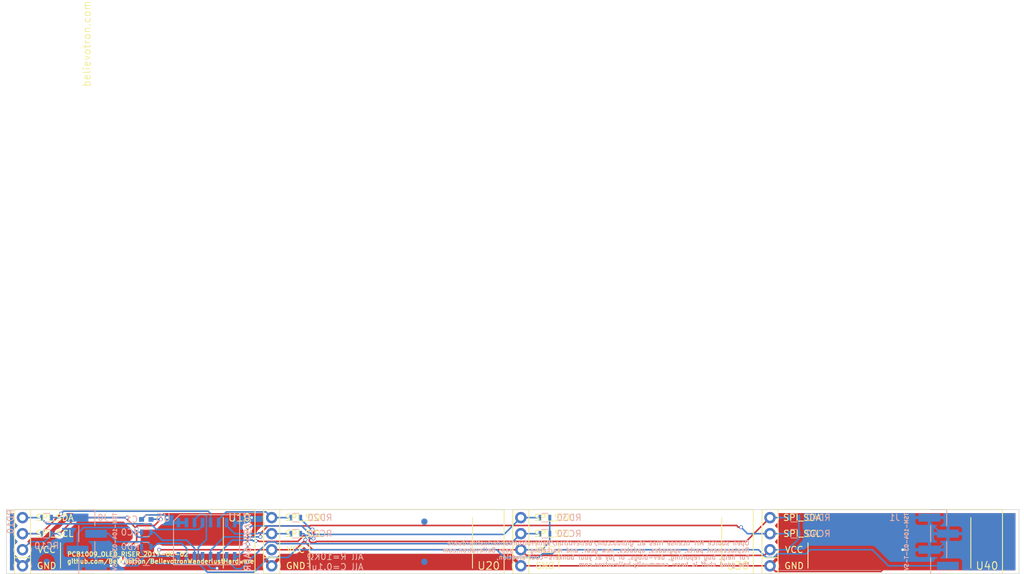
<source format=kicad_pcb>
(kicad_pcb (version 4) (host pcbnew 4.0.4-stable)

  (general
    (links 51)
    (no_connects 0)
    (area -11.945239 -90.637856 185.860001 3.271429)
    (thickness 1.6)
    (drawings 19)
    (tracks 260)
    (zones 0)
    (modules 22)
    (nets 14)
  )

  (page A4)
  (layers
    (0 F.Cu signal)
    (31 B.Cu signal)
    (32 B.Adhes user)
    (33 F.Adhes user)
    (34 B.Paste user)
    (35 F.Paste user)
    (36 B.SilkS user)
    (37 F.SilkS user)
    (38 B.Mask user)
    (39 F.Mask user)
    (40 Dwgs.User user hide)
    (41 Cmts.User user hide)
    (42 Eco1.User user hide)
    (43 Eco2.User user hide)
    (44 Edge.Cuts user)
    (45 Margin user hide)
    (46 B.CrtYd user hide)
    (47 F.CrtYd user hide)
    (48 B.Fab user hide)
    (49 F.Fab user hide)
  )

  (setup
    (last_trace_width 0.25)
    (trace_clearance 0.2)
    (zone_clearance 0.508)
    (zone_45_only no)
    (trace_min 0.2)
    (segment_width 0.2)
    (edge_width 0.1)
    (via_size 0.6)
    (via_drill 0.4)
    (via_min_size 0.4)
    (via_min_drill 0.3)
    (uvia_size 0.3)
    (uvia_drill 0.1)
    (uvias_allowed no)
    (uvia_min_size 0.2)
    (uvia_min_drill 0.1)
    (pcb_text_width 0.3)
    (pcb_text_size 1.5 1.5)
    (mod_edge_width 0.15)
    (mod_text_size 1 1)
    (mod_text_width 0.15)
    (pad_size 4.064 4.064)
    (pad_drill 3.048)
    (pad_to_mask_clearance 0)
    (aux_axis_origin 0 0)
    (visible_elements 7FFEFFFF)
    (pcbplotparams
      (layerselection 0x010fc_80000001)
      (usegerberextensions false)
      (excludeedgelayer true)
      (linewidth 0.100000)
      (plotframeref false)
      (viasonmask false)
      (mode 1)
      (useauxorigin false)
      (hpglpennumber 1)
      (hpglpenspeed 20)
      (hpglpendiameter 15)
      (hpglpenoverlay 2)
      (psnegative false)
      (psa4output false)
      (plotreference true)
      (plotvalue true)
      (plotinvisibletext false)
      (padsonsilk false)
      (subtractmaskfromsilk false)
      (outputformat 1)
      (mirror false)
      (drillshape 0)
      (scaleselection 1)
      (outputdirectory Output/PCB1009_Gerbers_2017-08-02/))
  )

  (net 0 "")
  (net 1 GND)
  (net 2 +3V3)
  (net 3 /I2C_SCL)
  (net 4 /I2C_SDA)
  (net 5 /!OLED_RESET)
  (net 6 /I2C_SCL0)
  (net 7 /I2C_SDA0)
  (net 8 /I2C_SCL1)
  (net 9 /I2C_SDA1)
  (net 10 /I2C_SCL2)
  (net 11 /I2C_SDA2)
  (net 12 /I2C_SCL3)
  (net 13 /I2C_SDA3)

  (net_class Default "This is the default net class."
    (clearance 0.2)
    (trace_width 0.25)
    (via_dia 0.6)
    (via_drill 0.4)
    (uvia_dia 0.3)
    (uvia_drill 0.1)
    (add_net +3V3)
    (add_net /!OLED_RESET)
    (add_net /I2C_SCL)
    (add_net /I2C_SCL0)
    (add_net /I2C_SCL1)
    (add_net /I2C_SCL2)
    (add_net /I2C_SCL3)
    (add_net /I2C_SDA)
    (add_net /I2C_SDA0)
    (add_net /I2C_SDA1)
    (add_net /I2C_SDA2)
    (add_net /I2C_SDA3)
    (add_net GND)
  )

  (module Liberry:OLED_128x32 (layer F.Cu) (tedit 595DA123) (tstamp 5957EA02)
    (at 120.65 -8.89)
    (path /5957E2CE)
    (fp_text reference U40 (at 34.29 7.62) (layer F.SilkS)
      (effects (font (size 1.2 1.2) (thickness 0.15)))
    )
    (fp_text value OLED_128x32_I2C (at -5.08 3.99 270) (layer F.Fab)
      (effects (font (size 1.2 1.2) (thickness 0.15)))
    )
    (fp_line (start 31.73 0) (end 31.73 8) (layer F.SilkS) (width 0.15))
    (fp_line (start 6 8) (end 6 4) (layer F.SilkS) (width 0.15))
    (fp_line (start 36.73 8.89) (end 36.73 -1.27) (layer F.SilkS) (width 0.15))
    (fp_line (start -1.27 -1.27) (end 36.73 -1.27) (layer F.SilkS) (width 0.15))
    (fp_line (start -1.27 8.89) (end 36.73 8.89) (layer F.SilkS) (width 0.15))
    (fp_line (start -1.27 6.35) (end 1.27 6.35) (layer F.SilkS) (width 0.15))
    (fp_line (start -1.27 -1.27) (end -1.27 6.35) (layer F.SilkS) (width 0.15))
    (fp_line (start 1.27 -1.27) (end -1.27 -1.27) (layer F.SilkS) (width 0.15))
    (fp_line (start 1.27 8.89) (end 1.27 -1.27) (layer F.SilkS) (width 0.15))
    (fp_line (start -1.27 8.89) (end 1.27 8.89) (layer F.SilkS) (width 0.15))
    (fp_line (start -1.27 -1.27) (end -1.27 8.89) (layer F.SilkS) (width 0.15))
    (fp_text user SPI_SDA (at 5.08 0) (layer F.SilkS)
      (effects (font (size 1 1) (thickness 0.15)))
    )
    (fp_text user SPI_SCL (at 5.08 2.54) (layer F.SilkS)
      (effects (font (size 1 1) (thickness 0.15)))
    )
    (fp_text user VCC (at 3.81 5.08) (layer F.SilkS)
      (effects (font (size 1 1) (thickness 0.15)))
    )
    (fp_text user GND (at 3.81 7.62) (layer F.SilkS)
      (effects (font (size 1 1) (thickness 0.15)))
    )
    (pad 1 thru_hole circle (at 0 7.62 270) (size 1.8 1.8) (drill 1.016) (layers *.Cu *.Mask)
      (net 1 GND))
    (pad 2 thru_hole circle (at 0 5.08 270) (size 1.8 1.8) (drill 1.016) (layers *.Cu *.Mask)
      (net 2 +3V3))
    (pad 3 thru_hole circle (at 0 2.54 270) (size 1.8 1.8) (drill 1.016) (layers *.Cu *.Mask)
      (net 12 /I2C_SCL3))
    (pad 4 thru_hole circle (at 0 0 270) (size 1.8 1.8) (drill 1.016) (layers *.Cu *.Mask)
      (net 13 /I2C_SDA3))
  )

  (module Liberry:OLED_128x32 (layer F.Cu) (tedit 595DA123) (tstamp 591E2386)
    (at 81.28 -8.89)
    (path /591E06EA)
    (fp_text reference U30 (at 34.29 7.62) (layer F.SilkS)
      (effects (font (size 1.2 1.2) (thickness 0.15)))
    )
    (fp_text value OLED_128x32_I2C (at -5.08 3.99 270) (layer F.Fab)
      (effects (font (size 1.2 1.2) (thickness 0.15)))
    )
    (fp_line (start 31.73 0) (end 31.73 8) (layer F.SilkS) (width 0.15))
    (fp_line (start 6 8) (end 6 4) (layer F.SilkS) (width 0.15))
    (fp_line (start 36.73 8.89) (end 36.73 -1.27) (layer F.SilkS) (width 0.15))
    (fp_line (start -1.27 -1.27) (end 36.73 -1.27) (layer F.SilkS) (width 0.15))
    (fp_line (start -1.27 8.89) (end 36.73 8.89) (layer F.SilkS) (width 0.15))
    (fp_line (start -1.27 6.35) (end 1.27 6.35) (layer F.SilkS) (width 0.15))
    (fp_line (start -1.27 -1.27) (end -1.27 6.35) (layer F.SilkS) (width 0.15))
    (fp_line (start 1.27 -1.27) (end -1.27 -1.27) (layer F.SilkS) (width 0.15))
    (fp_line (start 1.27 8.89) (end 1.27 -1.27) (layer F.SilkS) (width 0.15))
    (fp_line (start -1.27 8.89) (end 1.27 8.89) (layer F.SilkS) (width 0.15))
    (fp_line (start -1.27 -1.27) (end -1.27 8.89) (layer F.SilkS) (width 0.15))
    (fp_text user SPI_SDA (at 5.08 0) (layer F.SilkS)
      (effects (font (size 1 1) (thickness 0.15)))
    )
    (fp_text user SPI_SCL (at 5.08 2.54) (layer F.SilkS)
      (effects (font (size 1 1) (thickness 0.15)))
    )
    (fp_text user VCC (at 3.81 5.08) (layer F.SilkS)
      (effects (font (size 1 1) (thickness 0.15)))
    )
    (fp_text user GND (at 3.81 7.62) (layer F.SilkS)
      (effects (font (size 1 1) (thickness 0.15)))
    )
    (pad 1 thru_hole circle (at 0 7.62 270) (size 1.8 1.8) (drill 1.016) (layers *.Cu *.Mask)
      (net 1 GND))
    (pad 2 thru_hole circle (at 0 5.08 270) (size 1.8 1.8) (drill 1.016) (layers *.Cu *.Mask)
      (net 2 +3V3))
    (pad 3 thru_hole circle (at 0 2.54 270) (size 1.8 1.8) (drill 1.016) (layers *.Cu *.Mask)
      (net 10 /I2C_SCL2))
    (pad 4 thru_hole circle (at 0 0 270) (size 1.8 1.8) (drill 1.016) (layers *.Cu *.Mask)
      (net 11 /I2C_SDA2))
  )

  (module Liberry:OLED_128x32 (layer F.Cu) (tedit 595DA123) (tstamp 591E2375)
    (at 41.91 -8.89)
    (path /591E04D4)
    (fp_text reference U20 (at 34.29 7.62) (layer F.SilkS)
      (effects (font (size 1.2 1.2) (thickness 0.15)))
    )
    (fp_text value OLED_128x32_I2C (at -5.08 3.99 270) (layer F.Fab)
      (effects (font (size 1.2 1.2) (thickness 0.15)))
    )
    (fp_line (start 31.73 0) (end 31.73 8) (layer F.SilkS) (width 0.15))
    (fp_line (start 6 8) (end 6 4) (layer F.SilkS) (width 0.15))
    (fp_line (start 36.73 8.89) (end 36.73 -1.27) (layer F.SilkS) (width 0.15))
    (fp_line (start -1.27 -1.27) (end 36.73 -1.27) (layer F.SilkS) (width 0.15))
    (fp_line (start -1.27 8.89) (end 36.73 8.89) (layer F.SilkS) (width 0.15))
    (fp_line (start -1.27 6.35) (end 1.27 6.35) (layer F.SilkS) (width 0.15))
    (fp_line (start -1.27 -1.27) (end -1.27 6.35) (layer F.SilkS) (width 0.15))
    (fp_line (start 1.27 -1.27) (end -1.27 -1.27) (layer F.SilkS) (width 0.15))
    (fp_line (start 1.27 8.89) (end 1.27 -1.27) (layer F.SilkS) (width 0.15))
    (fp_line (start -1.27 8.89) (end 1.27 8.89) (layer F.SilkS) (width 0.15))
    (fp_line (start -1.27 -1.27) (end -1.27 8.89) (layer F.SilkS) (width 0.15))
    (fp_text user SPI_SDA (at 5.08 0) (layer F.SilkS)
      (effects (font (size 1 1) (thickness 0.15)))
    )
    (fp_text user SPI_SCL (at 5.08 2.54) (layer F.SilkS)
      (effects (font (size 1 1) (thickness 0.15)))
    )
    (fp_text user VCC (at 3.81 5.08) (layer F.SilkS)
      (effects (font (size 1 1) (thickness 0.15)))
    )
    (fp_text user GND (at 3.81 7.62) (layer F.SilkS)
      (effects (font (size 1 1) (thickness 0.15)))
    )
    (pad 1 thru_hole circle (at 0 7.62 270) (size 1.8 1.8) (drill 1.016) (layers *.Cu *.Mask)
      (net 1 GND))
    (pad 2 thru_hole circle (at 0 5.08 270) (size 1.8 1.8) (drill 1.016) (layers *.Cu *.Mask)
      (net 2 +3V3))
    (pad 3 thru_hole circle (at 0 2.54 270) (size 1.8 1.8) (drill 1.016) (layers *.Cu *.Mask)
      (net 8 /I2C_SCL1))
    (pad 4 thru_hole circle (at 0 0 270) (size 1.8 1.8) (drill 1.016) (layers *.Cu *.Mask)
      (net 9 /I2C_SDA1))
  )

  (module Liberry:OLED_128x32 (layer F.Cu) (tedit 595DA123) (tstamp 591E2364)
    (at 2.54 -8.89)
    (path /591E01B3)
    (fp_text reference U10 (at 34.29 0) (layer F.SilkS)
      (effects (font (size 1.2 1.2) (thickness 0.15)))
    )
    (fp_text value OLED_128x32_I2C (at -5.08 3.99 270) (layer F.Fab)
      (effects (font (size 1.2 1.2) (thickness 0.15)))
    )
    (fp_line (start 31.73 0) (end 31.73 8) (layer F.SilkS) (width 0.15))
    (fp_line (start 6 8) (end 6 4) (layer F.SilkS) (width 0.15))
    (fp_line (start 36.73 8.89) (end 36.73 -1.27) (layer F.SilkS) (width 0.15))
    (fp_line (start -1.27 -1.27) (end 36.73 -1.27) (layer F.SilkS) (width 0.15))
    (fp_line (start -1.27 8.89) (end 36.73 8.89) (layer F.SilkS) (width 0.15))
    (fp_line (start -1.27 6.35) (end 1.27 6.35) (layer F.SilkS) (width 0.15))
    (fp_line (start -1.27 -1.27) (end -1.27 6.35) (layer F.SilkS) (width 0.15))
    (fp_line (start 1.27 -1.27) (end -1.27 -1.27) (layer F.SilkS) (width 0.15))
    (fp_line (start 1.27 8.89) (end 1.27 -1.27) (layer F.SilkS) (width 0.15))
    (fp_line (start -1.27 8.89) (end 1.27 8.89) (layer F.SilkS) (width 0.15))
    (fp_line (start -1.27 -1.27) (end -1.27 8.89) (layer F.SilkS) (width 0.15))
    (fp_text user SPI_SDA (at 5.08 0) (layer F.SilkS)
      (effects (font (size 1 1) (thickness 0.15)))
    )
    (fp_text user SPI_SCL (at 5.08 2.54) (layer F.SilkS)
      (effects (font (size 1 1) (thickness 0.15)))
    )
    (fp_text user VCC (at 3.81 5.08) (layer F.SilkS)
      (effects (font (size 1 1) (thickness 0.15)))
    )
    (fp_text user GND (at 3.81 7.62) (layer F.SilkS)
      (effects (font (size 1 1) (thickness 0.15)))
    )
    (pad 1 thru_hole circle (at 0 7.62 270) (size 1.8 1.8) (drill 1.016) (layers *.Cu *.Mask)
      (net 1 GND))
    (pad 2 thru_hole circle (at 0 5.08 270) (size 1.8 1.8) (drill 1.016) (layers *.Cu *.Mask)
      (net 2 +3V3))
    (pad 3 thru_hole circle (at 0 2.54 270) (size 1.8 1.8) (drill 1.016) (layers *.Cu *.Mask)
      (net 6 /I2C_SCL0))
    (pad 4 thru_hole circle (at 0 0 270) (size 1.8 1.8) (drill 1.016) (layers *.Cu *.Mask)
      (net 7 /I2C_SDA0))
  )

  (module Resistors_SMD:R_0603 (layer B.Cu) (tedit 58E0A804) (tstamp 591E273B)
    (at 22.098 -2.004)
    (descr "Resistor SMD 0603, reflow soldering, Vishay (see dcrcw.pdf)")
    (tags "resistor 0603")
    (path /591EA4A8)
    (attr smd)
    (fp_text reference RR0 (at -2.413 0.099) (layer B.SilkS)
      (effects (font (size 1 1) (thickness 0.15)) (justify mirror))
    )
    (fp_text value 10K (at 0 -1.5) (layer B.Fab)
      (effects (font (size 1 1) (thickness 0.15)) (justify mirror))
    )
    (fp_text user %R (at 0 0) (layer B.Fab)
      (effects (font (size 0.5 0.5) (thickness 0.075)) (justify mirror))
    )
    (fp_line (start -0.8 -0.4) (end -0.8 0.4) (layer B.Fab) (width 0.1))
    (fp_line (start 0.8 -0.4) (end -0.8 -0.4) (layer B.Fab) (width 0.1))
    (fp_line (start 0.8 0.4) (end 0.8 -0.4) (layer B.Fab) (width 0.1))
    (fp_line (start -0.8 0.4) (end 0.8 0.4) (layer B.Fab) (width 0.1))
    (fp_line (start 0.5 -0.68) (end -0.5 -0.68) (layer B.SilkS) (width 0.12))
    (fp_line (start -0.5 0.68) (end 0.5 0.68) (layer B.SilkS) (width 0.12))
    (fp_line (start -1.25 0.7) (end 1.25 0.7) (layer B.CrtYd) (width 0.05))
    (fp_line (start -1.25 0.7) (end -1.25 -0.7) (layer B.CrtYd) (width 0.05))
    (fp_line (start 1.25 -0.7) (end 1.25 0.7) (layer B.CrtYd) (width 0.05))
    (fp_line (start 1.25 -0.7) (end -1.25 -0.7) (layer B.CrtYd) (width 0.05))
    (pad 1 smd rect (at -0.75 0) (size 0.5 0.9) (layers B.Cu B.Paste B.Mask)
      (net 2 +3V3))
    (pad 2 smd rect (at 0.75 0) (size 0.5 0.9) (layers B.Cu B.Paste B.Mask)
      (net 5 /!OLED_RESET))
    (model ${KISYS3DMOD}/Resistors_SMD.3dshapes/R_0603.wrl
      (at (xyz 0 0 0))
      (scale (xyz 1 1 1))
      (rotate (xyz 0 0 0))
    )
  )

  (module Resistors_SMD:R_0603 (layer B.Cu) (tedit 58E0A804) (tstamp 591E272A)
    (at 22.098 -4.29)
    (descr "Resistor SMD 0603, reflow soldering, Vishay (see dcrcw.pdf)")
    (tags "resistor 0603")
    (path /591EA22F)
    (attr smd)
    (fp_text reference RD0 (at -2.54 0) (layer B.SilkS)
      (effects (font (size 1 1) (thickness 0.15)) (justify mirror))
    )
    (fp_text value 10K (at 0 -1.5) (layer B.Fab)
      (effects (font (size 1 1) (thickness 0.15)) (justify mirror))
    )
    (fp_text user %R (at 0 0) (layer B.Fab)
      (effects (font (size 0.5 0.5) (thickness 0.075)) (justify mirror))
    )
    (fp_line (start -0.8 -0.4) (end -0.8 0.4) (layer B.Fab) (width 0.1))
    (fp_line (start 0.8 -0.4) (end -0.8 -0.4) (layer B.Fab) (width 0.1))
    (fp_line (start 0.8 0.4) (end 0.8 -0.4) (layer B.Fab) (width 0.1))
    (fp_line (start -0.8 0.4) (end 0.8 0.4) (layer B.Fab) (width 0.1))
    (fp_line (start 0.5 -0.68) (end -0.5 -0.68) (layer B.SilkS) (width 0.12))
    (fp_line (start -0.5 0.68) (end 0.5 0.68) (layer B.SilkS) (width 0.12))
    (fp_line (start -1.25 0.7) (end 1.25 0.7) (layer B.CrtYd) (width 0.05))
    (fp_line (start -1.25 0.7) (end -1.25 -0.7) (layer B.CrtYd) (width 0.05))
    (fp_line (start 1.25 -0.7) (end 1.25 0.7) (layer B.CrtYd) (width 0.05))
    (fp_line (start 1.25 -0.7) (end -1.25 -0.7) (layer B.CrtYd) (width 0.05))
    (pad 1 smd rect (at -0.75 0) (size 0.5 0.9) (layers B.Cu B.Paste B.Mask)
      (net 2 +3V3))
    (pad 2 smd rect (at 0.75 0) (size 0.5 0.9) (layers B.Cu B.Paste B.Mask)
      (net 4 /I2C_SDA))
    (model ${KISYS3DMOD}/Resistors_SMD.3dshapes/R_0603.wrl
      (at (xyz 0 0 0))
      (scale (xyz 1 1 1))
      (rotate (xyz 0 0 0))
    )
  )

  (module Resistors_SMD:R_0603 (layer B.Cu) (tedit 58E0A804) (tstamp 591E2719)
    (at 22.098 -6.576)
    (descr "Resistor SMD 0603, reflow soldering, Vishay (see dcrcw.pdf)")
    (tags "resistor 0603")
    (path /591EA2F9)
    (attr smd)
    (fp_text reference RC0 (at -2.54 0) (layer B.SilkS)
      (effects (font (size 1 1) (thickness 0.15)) (justify mirror))
    )
    (fp_text value 10K (at 0 -1.5) (layer B.Fab)
      (effects (font (size 1 1) (thickness 0.15)) (justify mirror))
    )
    (fp_text user %R (at 0 0) (layer B.Fab)
      (effects (font (size 0.5 0.5) (thickness 0.075)) (justify mirror))
    )
    (fp_line (start -0.8 -0.4) (end -0.8 0.4) (layer B.Fab) (width 0.1))
    (fp_line (start 0.8 -0.4) (end -0.8 -0.4) (layer B.Fab) (width 0.1))
    (fp_line (start 0.8 0.4) (end 0.8 -0.4) (layer B.Fab) (width 0.1))
    (fp_line (start -0.8 0.4) (end 0.8 0.4) (layer B.Fab) (width 0.1))
    (fp_line (start 0.5 -0.68) (end -0.5 -0.68) (layer B.SilkS) (width 0.12))
    (fp_line (start -0.5 0.68) (end 0.5 0.68) (layer B.SilkS) (width 0.12))
    (fp_line (start -1.25 0.7) (end 1.25 0.7) (layer B.CrtYd) (width 0.05))
    (fp_line (start -1.25 0.7) (end -1.25 -0.7) (layer B.CrtYd) (width 0.05))
    (fp_line (start 1.25 -0.7) (end 1.25 0.7) (layer B.CrtYd) (width 0.05))
    (fp_line (start 1.25 -0.7) (end -1.25 -0.7) (layer B.CrtYd) (width 0.05))
    (pad 1 smd rect (at -0.75 0) (size 0.5 0.9) (layers B.Cu B.Paste B.Mask)
      (net 2 +3V3))
    (pad 2 smd rect (at 0.75 0) (size 0.5 0.9) (layers B.Cu B.Paste B.Mask)
      (net 3 /I2C_SCL))
    (model ${KISYS3DMOD}/Resistors_SMD.3dshapes/R_0603.wrl
      (at (xyz 0 0 0))
      (scale (xyz 1 1 1))
      (rotate (xyz 0 0 0))
    )
  )

  (module Liberry:SOIC-16_1.27x5.4 (layer B.Cu) (tedit 591DF41A) (tstamp 591E22E3)
    (at 31.623 -5.4)
    (path /591DFBB2)
    (fp_text reference U5 (at -6.858 -3.49 180) (layer B.SilkS)
      (effects (font (size 1.2 1.2) (thickness 0.15)) (justify mirror))
    )
    (fp_text value I2C_1x4MUX_TCA9546A (at 0 0) (layer B.Fab)
      (effects (font (size 1.2 1.2) (thickness 0.15)) (justify mirror))
    )
    (fp_line (start -5.22 -2.95) (end -4.22 -3.95) (layer B.SilkS) (width 0.15))
    (fp_line (start -5.22 3.95) (end -5.22 -2.95) (layer B.SilkS) (width 0.15))
    (fp_line (start -4.22 -3.95) (end 5.22 -3.95) (layer B.SilkS) (width 0.15))
    (fp_line (start 5.22 -3.95) (end 5.22 3.95) (layer B.SilkS) (width 0.15))
    (fp_line (start 5.22 3.95) (end -5.22 3.95) (layer B.SilkS) (width 0.15))
    (pad 16 smd rect (at -4.445 2.7) (size 0.55 1.5) (layers B.Cu B.Paste B.Mask)
      (net 2 +3V3))
    (pad 1 smd rect (at -4.445 -2.7) (size 0.55 1.5) (layers B.Cu B.Paste B.Mask)
      (net 1 GND))
    (pad 15 smd rect (at -3.175 2.7) (size 0.55 1.5) (layers B.Cu B.Paste B.Mask)
      (net 4 /I2C_SDA))
    (pad 2 smd rect (at -3.175 -2.7) (size 0.55 1.5) (layers B.Cu B.Paste B.Mask)
      (net 1 GND))
    (pad 14 smd rect (at -1.905 2.7) (size 0.55 1.5) (layers B.Cu B.Paste B.Mask)
      (net 3 /I2C_SCL))
    (pad 3 smd rect (at -1.905 -2.7) (size 0.55 1.5) (layers B.Cu B.Paste B.Mask)
      (net 5 /!OLED_RESET))
    (pad 13 smd rect (at -0.635 2.7) (size 0.55 1.5) (layers B.Cu B.Paste B.Mask)
      (net 1 GND))
    (pad 4 smd rect (at -0.635 -2.7) (size 0.55 1.5) (layers B.Cu B.Paste B.Mask)
      (net 7 /I2C_SDA0))
    (pad 12 smd rect (at 0.635 2.7) (size 0.55 1.5) (layers B.Cu B.Paste B.Mask)
      (net 12 /I2C_SCL3))
    (pad 5 smd rect (at 0.635 -2.7) (size 0.55 1.5) (layers B.Cu B.Paste B.Mask)
      (net 6 /I2C_SCL0))
    (pad 11 smd rect (at 1.905 2.7) (size 0.55 1.5) (layers B.Cu B.Paste B.Mask)
      (net 13 /I2C_SDA3))
    (pad 6 smd rect (at 1.905 -2.7) (size 0.55 1.5) (layers B.Cu B.Paste B.Mask)
      (net 9 /I2C_SDA1))
    (pad 10 smd rect (at 3.175 2.7) (size 0.55 1.5) (layers B.Cu B.Paste B.Mask)
      (net 10 /I2C_SCL2))
    (pad 7 smd rect (at 3.175 -2.7) (size 0.55 1.5) (layers B.Cu B.Paste B.Mask)
      (net 8 /I2C_SCL1))
    (pad 9 smd rect (at 4.445 2.7) (size 0.55 1.5) (layers B.Cu B.Paste B.Mask)
      (net 11 /I2C_SDA2))
    (pad 8 smd rect (at 4.445 -2.7) (size 0.55 1.5) (layers B.Cu B.Paste B.Mask)
      (net 1 GND))
  )

  (module Resistors_SMD:R_0603 (layer B.Cu) (tedit 58E0A804) (tstamp 591E22CA)
    (at 124.46 -8.89 180)
    (descr "Resistor SMD 0603, reflow soldering, Vishay (see dcrcw.pdf)")
    (tags "resistor 0603")
    (path /591E2C77)
    (attr smd)
    (fp_text reference RD40 (at -3.81 0 180) (layer B.SilkS)
      (effects (font (size 1 1) (thickness 0.15)) (justify mirror))
    )
    (fp_text value 10K (at 0 -1.5 180) (layer B.Fab)
      (effects (font (size 1 1) (thickness 0.15)) (justify mirror))
    )
    (fp_text user %R (at 0 0 180) (layer B.Fab)
      (effects (font (size 0.5 0.5) (thickness 0.075)) (justify mirror))
    )
    (fp_line (start -0.8 -0.4) (end -0.8 0.4) (layer B.Fab) (width 0.1))
    (fp_line (start 0.8 -0.4) (end -0.8 -0.4) (layer B.Fab) (width 0.1))
    (fp_line (start 0.8 0.4) (end 0.8 -0.4) (layer B.Fab) (width 0.1))
    (fp_line (start -0.8 0.4) (end 0.8 0.4) (layer B.Fab) (width 0.1))
    (fp_line (start 0.5 -0.68) (end -0.5 -0.68) (layer B.SilkS) (width 0.12))
    (fp_line (start -0.5 0.68) (end 0.5 0.68) (layer B.SilkS) (width 0.12))
    (fp_line (start -1.25 0.7) (end 1.25 0.7) (layer B.CrtYd) (width 0.05))
    (fp_line (start -1.25 0.7) (end -1.25 -0.7) (layer B.CrtYd) (width 0.05))
    (fp_line (start 1.25 -0.7) (end 1.25 0.7) (layer B.CrtYd) (width 0.05))
    (fp_line (start 1.25 -0.7) (end -1.25 -0.7) (layer B.CrtYd) (width 0.05))
    (pad 1 smd rect (at -0.75 0 180) (size 0.5 0.9) (layers B.Cu B.Paste B.Mask)
      (net 2 +3V3))
    (pad 2 smd rect (at 0.75 0 180) (size 0.5 0.9) (layers B.Cu B.Paste B.Mask)
      (net 13 /I2C_SDA3))
    (model ${KISYS3DMOD}/Resistors_SMD.3dshapes/R_0603.wrl
      (at (xyz 0 0 0))
      (scale (xyz 1 1 1))
      (rotate (xyz 0 0 0))
    )
  )

  (module Resistors_SMD:R_0603 (layer B.Cu) (tedit 58E0A804) (tstamp 591E22B9)
    (at 85.09 -8.89 180)
    (descr "Resistor SMD 0603, reflow soldering, Vishay (see dcrcw.pdf)")
    (tags "resistor 0603")
    (path /591E2C67)
    (attr smd)
    (fp_text reference RD30 (at -3.81 0 180) (layer B.SilkS)
      (effects (font (size 1 1) (thickness 0.15)) (justify mirror))
    )
    (fp_text value 10K (at 0 -1.5 180) (layer B.Fab)
      (effects (font (size 1 1) (thickness 0.15)) (justify mirror))
    )
    (fp_text user %R (at 0 0 180) (layer B.Fab)
      (effects (font (size 0.5 0.5) (thickness 0.075)) (justify mirror))
    )
    (fp_line (start -0.8 -0.4) (end -0.8 0.4) (layer B.Fab) (width 0.1))
    (fp_line (start 0.8 -0.4) (end -0.8 -0.4) (layer B.Fab) (width 0.1))
    (fp_line (start 0.8 0.4) (end 0.8 -0.4) (layer B.Fab) (width 0.1))
    (fp_line (start -0.8 0.4) (end 0.8 0.4) (layer B.Fab) (width 0.1))
    (fp_line (start 0.5 -0.68) (end -0.5 -0.68) (layer B.SilkS) (width 0.12))
    (fp_line (start -0.5 0.68) (end 0.5 0.68) (layer B.SilkS) (width 0.12))
    (fp_line (start -1.25 0.7) (end 1.25 0.7) (layer B.CrtYd) (width 0.05))
    (fp_line (start -1.25 0.7) (end -1.25 -0.7) (layer B.CrtYd) (width 0.05))
    (fp_line (start 1.25 -0.7) (end 1.25 0.7) (layer B.CrtYd) (width 0.05))
    (fp_line (start 1.25 -0.7) (end -1.25 -0.7) (layer B.CrtYd) (width 0.05))
    (pad 1 smd rect (at -0.75 0 180) (size 0.5 0.9) (layers B.Cu B.Paste B.Mask)
      (net 2 +3V3))
    (pad 2 smd rect (at 0.75 0 180) (size 0.5 0.9) (layers B.Cu B.Paste B.Mask)
      (net 11 /I2C_SDA2))
    (model ${KISYS3DMOD}/Resistors_SMD.3dshapes/R_0603.wrl
      (at (xyz 0 0 0))
      (scale (xyz 1 1 1))
      (rotate (xyz 0 0 0))
    )
  )

  (module Resistors_SMD:R_0603 (layer B.Cu) (tedit 58E0A804) (tstamp 591E2297)
    (at 6.35 -8.89 180)
    (descr "Resistor SMD 0603, reflow soldering, Vishay (see dcrcw.pdf)")
    (tags "resistor 0603")
    (path /591E27D4)
    (attr smd)
    (fp_text reference RD10 (at 5.715 -0.635 270) (layer B.SilkS)
      (effects (font (size 1 1) (thickness 0.15)) (justify mirror))
    )
    (fp_text value 10K (at 0 -1.5 180) (layer B.Fab)
      (effects (font (size 1 1) (thickness 0.15)) (justify mirror))
    )
    (fp_text user %R (at 0 0 180) (layer B.Fab)
      (effects (font (size 0.5 0.5) (thickness 0.075)) (justify mirror))
    )
    (fp_line (start -0.8 -0.4) (end -0.8 0.4) (layer B.Fab) (width 0.1))
    (fp_line (start 0.8 -0.4) (end -0.8 -0.4) (layer B.Fab) (width 0.1))
    (fp_line (start 0.8 0.4) (end 0.8 -0.4) (layer B.Fab) (width 0.1))
    (fp_line (start -0.8 0.4) (end 0.8 0.4) (layer B.Fab) (width 0.1))
    (fp_line (start 0.5 -0.68) (end -0.5 -0.68) (layer B.SilkS) (width 0.12))
    (fp_line (start -0.5 0.68) (end 0.5 0.68) (layer B.SilkS) (width 0.12))
    (fp_line (start -1.25 0.7) (end 1.25 0.7) (layer B.CrtYd) (width 0.05))
    (fp_line (start -1.25 0.7) (end -1.25 -0.7) (layer B.CrtYd) (width 0.05))
    (fp_line (start 1.25 -0.7) (end 1.25 0.7) (layer B.CrtYd) (width 0.05))
    (fp_line (start 1.25 -0.7) (end -1.25 -0.7) (layer B.CrtYd) (width 0.05))
    (pad 1 smd rect (at -0.75 0 180) (size 0.5 0.9) (layers B.Cu B.Paste B.Mask)
      (net 2 +3V3))
    (pad 2 smd rect (at 0.75 0 180) (size 0.5 0.9) (layers B.Cu B.Paste B.Mask)
      (net 7 /I2C_SDA0))
    (model ${KISYS3DMOD}/Resistors_SMD.3dshapes/R_0603.wrl
      (at (xyz 0 0 0))
      (scale (xyz 1 1 1))
      (rotate (xyz 0 0 0))
    )
  )

  (module Resistors_SMD:R_0603 (layer B.Cu) (tedit 58E0A804) (tstamp 591E2286)
    (at 124.46 -6.35 180)
    (descr "Resistor SMD 0603, reflow soldering, Vishay (see dcrcw.pdf)")
    (tags "resistor 0603")
    (path /591E2C7F)
    (attr smd)
    (fp_text reference RC40 (at -3.81 0 180) (layer B.SilkS)
      (effects (font (size 1 1) (thickness 0.15)) (justify mirror))
    )
    (fp_text value 10K (at 0 -1.5 180) (layer B.Fab)
      (effects (font (size 1 1) (thickness 0.15)) (justify mirror))
    )
    (fp_text user %R (at 0 0 180) (layer B.Fab)
      (effects (font (size 0.5 0.5) (thickness 0.075)) (justify mirror))
    )
    (fp_line (start -0.8 -0.4) (end -0.8 0.4) (layer B.Fab) (width 0.1))
    (fp_line (start 0.8 -0.4) (end -0.8 -0.4) (layer B.Fab) (width 0.1))
    (fp_line (start 0.8 0.4) (end 0.8 -0.4) (layer B.Fab) (width 0.1))
    (fp_line (start -0.8 0.4) (end 0.8 0.4) (layer B.Fab) (width 0.1))
    (fp_line (start 0.5 -0.68) (end -0.5 -0.68) (layer B.SilkS) (width 0.12))
    (fp_line (start -0.5 0.68) (end 0.5 0.68) (layer B.SilkS) (width 0.12))
    (fp_line (start -1.25 0.7) (end 1.25 0.7) (layer B.CrtYd) (width 0.05))
    (fp_line (start -1.25 0.7) (end -1.25 -0.7) (layer B.CrtYd) (width 0.05))
    (fp_line (start 1.25 -0.7) (end 1.25 0.7) (layer B.CrtYd) (width 0.05))
    (fp_line (start 1.25 -0.7) (end -1.25 -0.7) (layer B.CrtYd) (width 0.05))
    (pad 1 smd rect (at -0.75 0 180) (size 0.5 0.9) (layers B.Cu B.Paste B.Mask)
      (net 2 +3V3))
    (pad 2 smd rect (at 0.75 0 180) (size 0.5 0.9) (layers B.Cu B.Paste B.Mask)
      (net 12 /I2C_SCL3))
    (model ${KISYS3DMOD}/Resistors_SMD.3dshapes/R_0603.wrl
      (at (xyz 0 0 0))
      (scale (xyz 1 1 1))
      (rotate (xyz 0 0 0))
    )
  )

  (module Resistors_SMD:R_0603 (layer B.Cu) (tedit 58E0A804) (tstamp 591E2275)
    (at 85.09 -6.35 180)
    (descr "Resistor SMD 0603, reflow soldering, Vishay (see dcrcw.pdf)")
    (tags "resistor 0603")
    (path /591E2C6F)
    (attr smd)
    (fp_text reference RC30 (at -3.81 0 180) (layer B.SilkS)
      (effects (font (size 1 1) (thickness 0.15)) (justify mirror))
    )
    (fp_text value 10K (at 0 -1.5 180) (layer B.Fab)
      (effects (font (size 1 1) (thickness 0.15)) (justify mirror))
    )
    (fp_text user %R (at 0 0 180) (layer B.Fab)
      (effects (font (size 0.5 0.5) (thickness 0.075)) (justify mirror))
    )
    (fp_line (start -0.8 -0.4) (end -0.8 0.4) (layer B.Fab) (width 0.1))
    (fp_line (start 0.8 -0.4) (end -0.8 -0.4) (layer B.Fab) (width 0.1))
    (fp_line (start 0.8 0.4) (end 0.8 -0.4) (layer B.Fab) (width 0.1))
    (fp_line (start -0.8 0.4) (end 0.8 0.4) (layer B.Fab) (width 0.1))
    (fp_line (start 0.5 -0.68) (end -0.5 -0.68) (layer B.SilkS) (width 0.12))
    (fp_line (start -0.5 0.68) (end 0.5 0.68) (layer B.SilkS) (width 0.12))
    (fp_line (start -1.25 0.7) (end 1.25 0.7) (layer B.CrtYd) (width 0.05))
    (fp_line (start -1.25 0.7) (end -1.25 -0.7) (layer B.CrtYd) (width 0.05))
    (fp_line (start 1.25 -0.7) (end 1.25 0.7) (layer B.CrtYd) (width 0.05))
    (fp_line (start 1.25 -0.7) (end -1.25 -0.7) (layer B.CrtYd) (width 0.05))
    (pad 1 smd rect (at -0.75 0 180) (size 0.5 0.9) (layers B.Cu B.Paste B.Mask)
      (net 2 +3V3))
    (pad 2 smd rect (at 0.75 0 180) (size 0.5 0.9) (layers B.Cu B.Paste B.Mask)
      (net 10 /I2C_SCL2))
    (model ${KISYS3DMOD}/Resistors_SMD.3dshapes/R_0603.wrl
      (at (xyz 0 0 0))
      (scale (xyz 1 1 1))
      (rotate (xyz 0 0 0))
    )
  )

  (module Resistors_SMD:R_0603 (layer B.Cu) (tedit 58E0A804) (tstamp 591E2264)
    (at 45.72 -6.35 180)
    (descr "Resistor SMD 0603, reflow soldering, Vishay (see dcrcw.pdf)")
    (tags "resistor 0603")
    (path /591E2B73)
    (attr smd)
    (fp_text reference RC20 (at -3.81 0 180) (layer B.SilkS)
      (effects (font (size 1 1) (thickness 0.15)) (justify mirror))
    )
    (fp_text value 10K (at 0 -1.5 180) (layer B.Fab)
      (effects (font (size 1 1) (thickness 0.15)) (justify mirror))
    )
    (fp_text user %R (at 0 0 180) (layer B.Fab)
      (effects (font (size 0.5 0.5) (thickness 0.075)) (justify mirror))
    )
    (fp_line (start -0.8 -0.4) (end -0.8 0.4) (layer B.Fab) (width 0.1))
    (fp_line (start 0.8 -0.4) (end -0.8 -0.4) (layer B.Fab) (width 0.1))
    (fp_line (start 0.8 0.4) (end 0.8 -0.4) (layer B.Fab) (width 0.1))
    (fp_line (start -0.8 0.4) (end 0.8 0.4) (layer B.Fab) (width 0.1))
    (fp_line (start 0.5 -0.68) (end -0.5 -0.68) (layer B.SilkS) (width 0.12))
    (fp_line (start -0.5 0.68) (end 0.5 0.68) (layer B.SilkS) (width 0.12))
    (fp_line (start -1.25 0.7) (end 1.25 0.7) (layer B.CrtYd) (width 0.05))
    (fp_line (start -1.25 0.7) (end -1.25 -0.7) (layer B.CrtYd) (width 0.05))
    (fp_line (start 1.25 -0.7) (end 1.25 0.7) (layer B.CrtYd) (width 0.05))
    (fp_line (start 1.25 -0.7) (end -1.25 -0.7) (layer B.CrtYd) (width 0.05))
    (pad 1 smd rect (at -0.75 0 180) (size 0.5 0.9) (layers B.Cu B.Paste B.Mask)
      (net 2 +3V3))
    (pad 2 smd rect (at 0.75 0 180) (size 0.5 0.9) (layers B.Cu B.Paste B.Mask)
      (net 8 /I2C_SCL1))
    (model ${KISYS3DMOD}/Resistors_SMD.3dshapes/R_0603.wrl
      (at (xyz 0 0 0))
      (scale (xyz 1 1 1))
      (rotate (xyz 0 0 0))
    )
  )

  (module Resistors_SMD:R_0603 (layer B.Cu) (tedit 58E0A804) (tstamp 591E2253)
    (at 6.35 -6.35 180)
    (descr "Resistor SMD 0603, reflow soldering, Vishay (see dcrcw.pdf)")
    (tags "resistor 0603")
    (path /591E29A9)
    (attr smd)
    (fp_text reference RC10 (at 0 -1.905 180) (layer B.SilkS)
      (effects (font (size 1 1) (thickness 0.15)) (justify mirror))
    )
    (fp_text value 10K (at 0 -1.5 180) (layer B.Fab)
      (effects (font (size 1 1) (thickness 0.15)) (justify mirror))
    )
    (fp_text user %R (at 0 0 180) (layer B.Fab)
      (effects (font (size 0.5 0.5) (thickness 0.075)) (justify mirror))
    )
    (fp_line (start -0.8 -0.4) (end -0.8 0.4) (layer B.Fab) (width 0.1))
    (fp_line (start 0.8 -0.4) (end -0.8 -0.4) (layer B.Fab) (width 0.1))
    (fp_line (start 0.8 0.4) (end 0.8 -0.4) (layer B.Fab) (width 0.1))
    (fp_line (start -0.8 0.4) (end 0.8 0.4) (layer B.Fab) (width 0.1))
    (fp_line (start 0.5 -0.68) (end -0.5 -0.68) (layer B.SilkS) (width 0.12))
    (fp_line (start -0.5 0.68) (end 0.5 0.68) (layer B.SilkS) (width 0.12))
    (fp_line (start -1.25 0.7) (end 1.25 0.7) (layer B.CrtYd) (width 0.05))
    (fp_line (start -1.25 0.7) (end -1.25 -0.7) (layer B.CrtYd) (width 0.05))
    (fp_line (start 1.25 -0.7) (end 1.25 0.7) (layer B.CrtYd) (width 0.05))
    (fp_line (start 1.25 -0.7) (end -1.25 -0.7) (layer B.CrtYd) (width 0.05))
    (pad 1 smd rect (at -0.75 0 180) (size 0.5 0.9) (layers B.Cu B.Paste B.Mask)
      (net 2 +3V3))
    (pad 2 smd rect (at 0.75 0 180) (size 0.5 0.9) (layers B.Cu B.Paste B.Mask)
      (net 6 /I2C_SCL0))
    (model ${KISYS3DMOD}/Resistors_SMD.3dshapes/R_0603.wrl
      (at (xyz 0 0 0))
      (scale (xyz 1 1 1))
      (rotate (xyz 0 0 0))
    )
  )

  (module Capacitors_SMD:C_0603 (layer B.Cu) (tedit 58AA844E) (tstamp 591E2242)
    (at 22.098 -8.608 180)
    (descr "Capacitor SMD 0603, reflow soldering, AVX (see smccp.pdf)")
    (tags "capacitor 0603")
    (path /591E4AA4)
    (attr smd)
    (fp_text reference C1 (at 2.286 0 180) (layer B.SilkS)
      (effects (font (size 1 1) (thickness 0.15)) (justify mirror))
    )
    (fp_text value 0.1u (at 0 -1.5 180) (layer B.Fab)
      (effects (font (size 1 1) (thickness 0.15)) (justify mirror))
    )
    (fp_text user %R (at 0 1.5 180) (layer B.Fab)
      (effects (font (size 1 1) (thickness 0.15)) (justify mirror))
    )
    (fp_line (start -0.8 -0.4) (end -0.8 0.4) (layer B.Fab) (width 0.1))
    (fp_line (start 0.8 -0.4) (end -0.8 -0.4) (layer B.Fab) (width 0.1))
    (fp_line (start 0.8 0.4) (end 0.8 -0.4) (layer B.Fab) (width 0.1))
    (fp_line (start -0.8 0.4) (end 0.8 0.4) (layer B.Fab) (width 0.1))
    (fp_line (start -0.35 0.6) (end 0.35 0.6) (layer B.SilkS) (width 0.12))
    (fp_line (start 0.35 -0.6) (end -0.35 -0.6) (layer B.SilkS) (width 0.12))
    (fp_line (start -1.4 0.65) (end 1.4 0.65) (layer B.CrtYd) (width 0.05))
    (fp_line (start -1.4 0.65) (end -1.4 -0.65) (layer B.CrtYd) (width 0.05))
    (fp_line (start 1.4 -0.65) (end 1.4 0.65) (layer B.CrtYd) (width 0.05))
    (fp_line (start 1.4 -0.65) (end -1.4 -0.65) (layer B.CrtYd) (width 0.05))
    (pad 1 smd rect (at -0.75 0 180) (size 0.8 0.75) (layers B.Cu B.Paste B.Mask)
      (net 2 +3V3))
    (pad 2 smd rect (at 0.75 0 180) (size 0.8 0.75) (layers B.Cu B.Paste B.Mask)
      (net 1 GND))
    (model Capacitors_SMD.3dshapes/C_0603.wrl
      (at (xyz 0 0 0))
      (scale (xyz 1 1 1))
      (rotate (xyz 0 0 0))
    )
  )

  (module Fiducials:Fiducial_1mm_Dia_2.54mm_Outer_CopperTop (layer B.Cu) (tedit 58896B7C) (tstamp 58899026)
    (at 66.04 -8.255)
    (descr "Circular Fiducial, 1mm bare copper top; 2.54mm keepout")
    (tags marker)
    (attr virtual)
    (fp_text reference REF** (at 3.4 -0.7) (layer B.SilkS) hide
      (effects (font (size 1 1) (thickness 0.15)) (justify mirror))
    )
    (fp_text value Fiducial_1mm_Dia_2.54mm_Outer_CopperTop (at 0 1.8) (layer B.Fab)
      (effects (font (size 1 1) (thickness 0.15)) (justify mirror))
    )
    (fp_circle (center 0 0) (end 1.55 0) (layer B.CrtYd) (width 0.05))
    (pad ~ smd circle (at 0 0) (size 1 1) (layers B.Cu B.Mask)
      (solder_mask_margin 0.77) (clearance 0.77))
  )

  (module Fiducials:Fiducial_1mm_Dia_2.54mm_Outer_CopperBottom (layer F.Cu) (tedit 58896CF4) (tstamp 58899043)
    (at 66.04 -1.905)
    (descr "Circular Fiducial, 1mm bare copper bottom; 2.54mm keepout")
    (tags marker)
    (attr virtual)
    (fp_text reference REF** (at 3.4 0.7) (layer F.SilkS) hide
      (effects (font (size 1 1) (thickness 0.15)))
    )
    (fp_text value Fiducial_1mm_Dia_2.54mm_Outer_CopperBottom (at 0 -1.8) (layer F.Fab)
      (effects (font (size 1 1) (thickness 0.15)))
    )
    (fp_circle (center 0 0) (end 1.55 0) (layer B.CrtYd) (width 0.05))
    (pad ~ smd circle (at 0 0) (size 1 1) (layers B.Cu B.Mask)
      (solder_mask_margin 0.77) (clearance 0.77))
  )

  (module Fiducials:Fiducial_1mm_Dia_2.54mm_Outer_CopperBottom (layer F.Cu) (tedit 58896CF4) (tstamp 591E2A6C)
    (at 6.35 -1.905)
    (descr "Circular Fiducial, 1mm bare copper bottom; 2.54mm keepout")
    (tags marker)
    (attr virtual)
    (fp_text reference REF** (at 3.4 0.7) (layer F.SilkS) hide
      (effects (font (size 1 1) (thickness 0.15)))
    )
    (fp_text value Fiducial_1mm_Dia_2.54mm_Outer_CopperBottom (at 0 -1.8) (layer F.Fab)
      (effects (font (size 1 1) (thickness 0.15)))
    )
    (fp_circle (center 0 0) (end 1.55 0) (layer B.CrtYd) (width 0.05))
    (pad ~ smd circle (at 0 0) (size 1 1) (layers B.Cu B.Mask)
      (solder_mask_margin 0.77) (clearance 0.77))
  )

  (module Resistors_SMD:R_0603 (layer B.Cu) (tedit 58E0A804) (tstamp 591E22A8)
    (at 45.72 -8.89 180)
    (descr "Resistor SMD 0603, reflow soldering, Vishay (see dcrcw.pdf)")
    (tags "resistor 0603")
    (path /591E2B6B)
    (attr smd)
    (fp_text reference RD20 (at -3.81 0 360) (layer B.SilkS)
      (effects (font (size 1 1) (thickness 0.15)) (justify mirror))
    )
    (fp_text value 10K (at 0 -1.5 180) (layer B.Fab)
      (effects (font (size 1 1) (thickness 0.15)) (justify mirror))
    )
    (fp_text user %R (at 0 0 180) (layer B.Fab)
      (effects (font (size 0.5 0.5) (thickness 0.075)) (justify mirror))
    )
    (fp_line (start -0.8 -0.4) (end -0.8 0.4) (layer B.Fab) (width 0.1))
    (fp_line (start 0.8 -0.4) (end -0.8 -0.4) (layer B.Fab) (width 0.1))
    (fp_line (start 0.8 0.4) (end 0.8 -0.4) (layer B.Fab) (width 0.1))
    (fp_line (start -0.8 0.4) (end 0.8 0.4) (layer B.Fab) (width 0.1))
    (fp_line (start 0.5 -0.68) (end -0.5 -0.68) (layer B.SilkS) (width 0.12))
    (fp_line (start -0.5 0.68) (end 0.5 0.68) (layer B.SilkS) (width 0.12))
    (fp_line (start -1.25 0.7) (end 1.25 0.7) (layer B.CrtYd) (width 0.05))
    (fp_line (start -1.25 0.7) (end -1.25 -0.7) (layer B.CrtYd) (width 0.05))
    (fp_line (start 1.25 -0.7) (end 1.25 0.7) (layer B.CrtYd) (width 0.05))
    (fp_line (start 1.25 -0.7) (end -1.25 -0.7) (layer B.CrtYd) (width 0.05))
    (pad 1 smd rect (at -0.75 0 180) (size 0.5 0.9) (layers B.Cu B.Paste B.Mask)
      (net 2 +3V3))
    (pad 2 smd rect (at 0.75 0 180) (size 0.5 0.9) (layers B.Cu B.Paste B.Mask)
      (net 9 /I2C_SDA1))
    (model ${KISYS3DMOD}/Resistors_SMD.3dshapes/R_0603.wrl
      (at (xyz 0 0 0))
      (scale (xyz 1 1 1))
      (rotate (xyz 0 0 0))
    )
  )

  (module Liberry:HEADER_0.1x4_SMT_VERT_SAMTECTSM-104-03-T-SV (layer B.Cu) (tedit 598132CD) (tstamp 597BFA24)
    (at 12.7 -5.08 270)
    (path /597BF0FE)
    (fp_text reference J0 (at -3.81 -2.54 540) (layer B.SilkS)
      (effects (font (size 1 1) (thickness 0.15)) (justify mirror))
    )
    (fp_text value CON_1x4 (at 0 -10.16 270) (layer B.Fab)
      (effects (font (size 1 1) (thickness 0.15)) (justify mirror))
    )
    (fp_text user TSM-104-03-T-SV (at 0 -4.445 270) (layer B.SilkS)
      (effects (font (size 0.6 0.6) (thickness 0.15)) (justify mirror))
    )
    (fp_line (start -5.08 1.27) (end -5.08 -1.27) (layer B.SilkS) (width 0.15))
    (fp_line (start -2.54 -1.27) (end -5.08 -1.27) (layer B.SilkS) (width 0.15))
    (fp_line (start 2.54 -1.27) (end 0 -1.27) (layer B.SilkS) (width 0.15))
    (fp_line (start 5.08 1.27) (end 5.08 -1.27) (layer B.SilkS) (width 0.15))
    (fp_line (start 2.54 1.27) (end 5.08 1.27) (layer B.SilkS) (width 0.15))
    (fp_line (start -2.54 1.27) (end 0 1.27) (layer B.SilkS) (width 0.15))
    (pad 1 smd rect (at -3.81 1.46 270) (size 1.27 3.43) (layers B.Cu B.Paste B.Mask)
      (net 2 +3V3))
    (pad 2 smd rect (at -1.27 -1.46 270) (size 1.27 3.43) (layers B.Cu B.Paste B.Mask)
      (net 4 /I2C_SDA))
    (pad 3 smd rect (at 1.27 1.46 270) (size 1.27 3.43) (layers B.Cu B.Paste B.Mask)
      (net 3 /I2C_SCL))
    (pad 4 smd rect (at 3.81 -1.46 270) (size 1.27 3.43) (layers B.Cu B.Paste B.Mask)
      (net 1 GND))
    (model ../../../../../../Users/danie/Documents/WIP/Believotron/Believotron-Github/BelievotronWanderlustHardware/Liberry.pretty/3D_Files/TSM-104-03-T-SV.wrl
      (at (xyz 0 0 0.05))
      (scale (xyz 0.393701 0.393701 0.393701))
      (rotate (xyz -90 0 0))
    )
  )

  (module Liberry:HEADER_0.1x4_SMT_VERT_SAMTECTSM-104-03-T-SV (layer B.Cu) (tedit 598132BF) (tstamp 597BFA33)
    (at 147.3 -5.08 90)
    (path /597C0150)
    (fp_text reference J1 (at 3.81 -6.965 360) (layer B.SilkS)
      (effects (font (size 1 1) (thickness 0.15)) (justify mirror))
    )
    (fp_text value CON_1x4 (at 0 -10.16 90) (layer B.Fab)
      (effects (font (size 1 1) (thickness 0.15)) (justify mirror))
    )
    (fp_text user TSM-104-03-T-SV (at 0 -5.08 90) (layer B.SilkS)
      (effects (font (size 0.6 0.6) (thickness 0.15)) (justify mirror))
    )
    (fp_line (start -5.08 1.27) (end -5.08 -1.27) (layer B.SilkS) (width 0.15))
    (fp_line (start -2.54 -1.27) (end -5.08 -1.27) (layer B.SilkS) (width 0.15))
    (fp_line (start 2.54 -1.27) (end 0 -1.27) (layer B.SilkS) (width 0.15))
    (fp_line (start 5.08 1.27) (end 5.08 -1.27) (layer B.SilkS) (width 0.15))
    (fp_line (start 2.54 1.27) (end 5.08 1.27) (layer B.SilkS) (width 0.15))
    (fp_line (start -2.54 1.27) (end 0 1.27) (layer B.SilkS) (width 0.15))
    (pad 1 smd rect (at -3.81 1.46 90) (size 1.27 3.43) (layers B.Cu B.Paste B.Mask)
      (net 5 /!OLED_RESET))
    (pad 2 smd rect (at -1.27 -1.46 90) (size 1.27 3.43) (layers B.Cu B.Paste B.Mask)
      (net 1 GND))
    (pad 3 smd rect (at 1.27 1.46 90) (size 1.27 3.43) (layers B.Cu B.Paste B.Mask)
      (net 1 GND))
    (pad 4 smd rect (at 3.81 -1.46 90) (size 1.27 3.43) (layers B.Cu B.Paste B.Mask)
      (net 1 GND))
    (model ../../../../../../Users/danie/Documents/WIP/Believotron/Believotron-Github/BelievotronWanderlustHardware/Liberry.pretty/3D_Files/TSM-104-03-T-SV.wrl
      (at (xyz 0 0 0.05))
      (scale (xyz 0.393701 0.393701 0.393701))
      (rotate (xyz -90 0 0))
    )
  )

  (gr_text "All R=10KΩ\nAll C=0.1uF" (at 56.515 -1.905) (layer B.SilkS) (tstamp 593850A5)
    (effects (font (size 1 1) (thickness 0.15)) (justify left mirror))
  )
  (gr_text TCA9546ADR (at 38.1 -5.08 90) (layer B.SilkS) (tstamp 592F12F5)
    (effects (font (size 1 1) (thickness 0.1875)) (justify mirror))
  )
  (gr_text "Open source MIT license files at: github.com/Believotron/BelievotronWanderlustHardware\nReplacement parts, upgrades, updates, new gear, and marketing     pap: Believotron.com\nFor help, bug reporting, dev-blogs, or joy at your bonkers-cool creation, \nthe good stuff is here: community.believotron.com\n" (at 117.475 -3.175) (layer B.SilkS) (tstamp 58DE8AEA)
    (effects (font (size 0.7 0.7) (thickness 0.15)) (justify left mirror))
  )
  (gr_text believotron.com (at 12.7 -83.82 90) (layer F.SilkS) (tstamp 588158CF)
    (effects (font (size 1.15 1.15) (thickness 0.15)))
  )
  (gr_text "PCB1009_OLED_RISER_2017-08-02\ngithub.com/Believotron/BelievotronWanderlustHardware\n" (at 9.525 -2.54) (layer F.SilkS)
    (effects (font (size 0.7 0.7) (thickness 0.15)) (justify left))
  )
  (gr_line (start 185.76 -32.1253) (end 25.76 -32.1253) (layer Dwgs.User) (width 0.2))
  (gr_line (start 25.76 -0.0001) (end 25.76 -32.1253) (layer Dwgs.User) (width 0.2))
  (gr_line (start 45.76 -32.1253) (end 45.76 -0.0001) (layer Dwgs.User) (width 0.2))
  (gr_line (start 65.76 -32.1253) (end 65.76 -0.0001) (layer Dwgs.User) (width 0.2))
  (gr_line (start 85.76 -0.0001) (end 85.76 -32.1253) (layer Dwgs.User) (width 0.2))
  (gr_line (start 105.76 -32.1253) (end 105.76 -0.0001) (layer Dwgs.User) (width 0.2))
  (gr_line (start 125.76 -0.0001) (end 125.76 -32.1253) (layer Dwgs.User) (width 0.2))
  (gr_line (start 145.76 -0.0001) (end 145.76 -32.1253) (layer Dwgs.User) (width 0.2))
  (gr_line (start 165.76 -0.0001) (end 165.76 -32.1253) (layer Dwgs.User) (width 0.2))
  (gr_line (start 185.76 -32.25) (end 185.76 0) (layer Dwgs.User) (width 0.2))
  (gr_line (start 160 0) (end 160 -10.16) (layer Edge.Cuts) (width 0.1))
  (gr_line (start 0 -10.16) (end 160 -10.16) (layer Edge.Cuts) (width 0.1))
  (gr_line (start 0 0) (end 0 -10.16) (layer Edge.Cuts) (width 0.1))
  (gr_line (start 0 0) (end 160 0) (layer Edge.Cuts) (width 0.1))

  (segment (start 81.28 -1.27) (end 120.65 -1.27) (width 0.25) (layer F.Cu) (net 1))
  (segment (start 38.735 -8.89) (end 25.4 -8.89) (width 0.25) (layer F.Cu) (net 1))
  (segment (start 37.945 -8.1) (end 38.735 -8.89) (width 0.25) (layer B.Cu) (net 1))
  (via (at 38.735 -8.89) (size 0.6) (drill 0.4) (layers F.Cu B.Cu) (net 1))
  (segment (start 36.068 -8.1) (end 37.945 -8.1) (width 0.25) (layer B.Cu) (net 1))
  (segment (start 21.39399 -3.61399) (end 18.65901 -0.87901) (width 0.25) (layer F.Cu) (net 1))
  (segment (start 25.4 -8.89) (end 25.4 -8.00241) (width 0.25) (layer F.Cu) (net 1))
  (segment (start 25.4 -8.00241) (end 21.39399 -3.9964) (width 0.25) (layer F.Cu) (net 1))
  (segment (start 21.39399 -3.9964) (end 21.39399 -3.61399) (width 0.25) (layer F.Cu) (net 1))
  (segment (start 25.100001 -9.189999) (end 25.4 -8.89) (width 0.25) (layer B.Cu) (net 1))
  (segment (start 21.373 -8.608) (end 22.073001 -9.308001) (width 0.25) (layer B.Cu) (net 1))
  (segment (start 21.348 -8.608) (end 21.373 -8.608) (width 0.25) (layer B.Cu) (net 1))
  (segment (start 24.981999 -9.308001) (end 25.100001 -9.189999) (width 0.25) (layer B.Cu) (net 1))
  (segment (start 22.073001 -9.308001) (end 24.981999 -9.308001) (width 0.25) (layer B.Cu) (net 1))
  (segment (start 16.51 -1.27) (end 14.16 -1.27) (width 0.25) (layer B.Cu) (net 1))
  (segment (start 16.90099 -0.87901) (end 16.51 -1.27) (width 0.25) (layer F.Cu) (net 1))
  (via (at 16.51 -1.27) (size 0.6) (drill 0.4) (layers F.Cu B.Cu) (net 1))
  (segment (start 33.274 -0.87901) (end 16.90099 -0.87901) (width 0.25) (layer F.Cu) (net 1))
  (segment (start 148.76 -6.35) (end 147.68 -6.35) (width 0.25) (layer B.Cu) (net 1))
  (segment (start 147.68 -6.35) (end 145.84 -8.19) (width 0.25) (layer B.Cu) (net 1))
  (segment (start 145.84 -8.19) (end 145.84 -8.89) (width 0.25) (layer B.Cu) (net 1))
  (segment (start 145.84 -3.81) (end 147.105 -3.81) (width 0.25) (layer B.Cu) (net 1))
  (segment (start 147.105 -3.81) (end 148.76 -5.465) (width 0.25) (layer B.Cu) (net 1))
  (segment (start 148.76 -5.465) (end 148.76 -6.35) (width 0.25) (layer B.Cu) (net 1))
  (segment (start 141.605 -3.81) (end 145.84 -3.81) (width 0.25) (layer B.Cu) (net 1))
  (segment (start 138.165001 -0.370001) (end 141.605 -3.81) (width 0.25) (layer F.Cu) (net 1))
  (via (at 141.605 -3.81) (size 0.6) (drill 0.4) (layers F.Cu B.Cu) (net 1))
  (segment (start 120.65 -1.27) (end 121.549999 -0.370001) (width 0.25) (layer F.Cu) (net 1))
  (segment (start 121.549999 -0.370001) (end 138.165001 -0.370001) (width 0.25) (layer F.Cu) (net 1))
  (segment (start 32.849736 -0.87901) (end 33.274 -0.87901) (width 0.25) (layer B.Cu) (net 1))
  (segment (start 32.33399 -0.87901) (end 32.849736 -0.87901) (width 0.25) (layer B.Cu) (net 1))
  (segment (start 30.988 -2.225) (end 32.33399 -0.87901) (width 0.25) (layer B.Cu) (net 1))
  (segment (start 30.988 -2.7) (end 30.988 -2.225) (width 0.25) (layer B.Cu) (net 1))
  (via (at 33.274 -0.87901) (size 0.6) (drill 0.4) (layers F.Cu B.Cu) (net 1))
  (segment (start 27.178 -8.1) (end 26.444 -8.1) (width 0.25) (layer B.Cu) (net 1))
  (segment (start 26.444 -8.1) (end 25.654 -8.89) (width 0.25) (layer B.Cu) (net 1))
  (segment (start 25.654 -8.89) (end 25.4 -8.89) (width 0.25) (layer B.Cu) (net 1))
  (via (at 25.4 -8.89) (size 0.6) (drill 0.4) (layers F.Cu B.Cu) (net 1))
  (segment (start 28.448 -8.1) (end 27.178 -8.1) (width 0.25) (layer B.Cu) (net 1))
  (segment (start 26.573999 -2.779001) (end 24.13 -2.779001) (width 0.25) (layer B.Cu) (net 2))
  (segment (start 24.13 -2.779001) (end 21.923001 -2.779001) (width 0.25) (layer B.Cu) (net 2))
  (segment (start 24.13 -3.81) (end 24.13 -2.779001) (width 0.25) (layer B.Cu) (net 2))
  (via (at 24.13 -3.81) (size 0.6) (drill 0.4) (layers F.Cu B.Cu) (net 2))
  (segment (start 41.91 -3.81) (end 24.13 -3.81) (width 0.25) (layer F.Cu) (net 2))
  (segment (start 20.574 -7.536264) (end 20.657736 -7.62) (width 0.25) (layer F.Cu) (net 2))
  (segment (start 20.574 -7.112) (end 20.574 -7.536264) (width 0.25) (layer F.Cu) (net 2))
  (segment (start 24.384 -8.636) (end 22.876 -8.636) (width 0.25) (layer B.Cu) (net 2))
  (segment (start 20.657736 -7.62) (end 23.368 -7.62) (width 0.25) (layer F.Cu) (net 2))
  (segment (start 22.876 -8.636) (end 22.848 -8.608) (width 0.25) (layer B.Cu) (net 2))
  (segment (start 23.368 -7.62) (end 24.384 -8.636) (width 0.25) (layer F.Cu) (net 2))
  (via (at 24.384 -8.636) (size 0.6) (drill 0.4) (layers F.Cu B.Cu) (net 2))
  (segment (start 20.574 -7.112) (end 20.574 -5.08) (width 0.25) (layer F.Cu) (net 2))
  (segment (start 18.415 -3.175) (end 20.32 -5.08) (width 0.25) (layer F.Cu) (net 2))
  (segment (start 20.32 -5.08) (end 20.574 -5.08) (width 0.25) (layer F.Cu) (net 2))
  (segment (start 18.415 -1.905) (end 18.415 -3.175) (width 0.25) (layer F.Cu) (net 2))
  (segment (start 21.348 -2.004) (end 20.614 -1.27) (width 0.25) (layer B.Cu) (net 2))
  (segment (start 20.614 -1.27) (end 19.05 -1.27) (width 0.25) (layer B.Cu) (net 2))
  (segment (start 19.05 -1.27) (end 18.415 -1.905) (width 0.25) (layer B.Cu) (net 2))
  (via (at 18.415 -1.905) (size 0.6) (drill 0.4) (layers F.Cu B.Cu) (net 2))
  (segment (start 2.54 -3.81) (end 3.81 -5.08) (width 0.25) (layer B.Cu) (net 2))
  (segment (start 3.81 -5.08) (end 6.03 -5.08) (width 0.25) (layer B.Cu) (net 2))
  (segment (start 6.03 -5.08) (end 7.1 -6.15) (width 0.25) (layer B.Cu) (net 2))
  (segment (start 7.1 -6.15) (end 7.1 -6.35) (width 0.25) (layer B.Cu) (net 2))
  (segment (start 47.244 -6.076) (end 47.244 -5.393021) (width 0.25) (layer B.Cu) (net 2))
  (via (at 47.244 -5.393021) (size 0.6) (drill 0.4) (layers F.Cu B.Cu) (net 2))
  (segment (start 48.402757 -3.81) (end 47.244 -4.968757) (width 0.25) (layer F.Cu) (net 2))
  (segment (start 41.91 -3.81) (end 45.660979 -3.81) (width 0.25) (layer F.Cu) (net 2))
  (segment (start 45.660979 -3.81) (end 46.944001 -5.093022) (width 0.25) (layer F.Cu) (net 2))
  (segment (start 46.944001 -5.093022) (end 47.244 -5.393021) (width 0.25) (layer F.Cu) (net 2))
  (segment (start 47.244 -4.968757) (end 47.244 -5.393021) (width 0.25) (layer F.Cu) (net 2))
  (segment (start 81.28 -3.81) (end 48.402757 -3.81) (width 0.25) (layer F.Cu) (net 2))
  (segment (start 81.28 -3.81) (end 82.179999 -2.910001) (width 0.25) (layer F.Cu) (net 2))
  (segment (start 82.179999 -2.910001) (end 119.750001 -2.910001) (width 0.25) (layer F.Cu) (net 2))
  (segment (start 119.750001 -2.910001) (end 120.65 -3.81) (width 0.25) (layer F.Cu) (net 2))
  (segment (start 21.923001 -2.779001) (end 21.348 -3.354002) (width 0.25) (layer B.Cu) (net 2))
  (segment (start 21.348 -3.354002) (end 21.348 -4.29) (width 0.25) (layer B.Cu) (net 2))
  (segment (start 27.178 -2.7) (end 26.653 -2.7) (width 0.25) (layer B.Cu) (net 2))
  (segment (start 26.653 -2.7) (end 26.573999 -2.779001) (width 0.25) (layer B.Cu) (net 2))
  (segment (start 21.923001 -2.779001) (end 21.348 -2.204) (width 0.25) (layer B.Cu) (net 2))
  (segment (start 21.348 -2.204) (end 21.348 -2.004) (width 0.25) (layer B.Cu) (net 2))
  (segment (start 48.514 -5.588) (end 48.514 -6.850333) (width 0.25) (layer F.Cu) (net 2))
  (segment (start 48.514 -6.850333) (end 48.345538 -7.018795) (width 0.25) (layer F.Cu) (net 2))
  (segment (start 46.47 -8.89) (end 46.47 -8.69) (width 0.25) (layer B.Cu) (net 2))
  (via (at 48.514 -5.588) (size 0.6) (drill 0.4) (layers F.Cu B.Cu) (net 2))
  (via (at 48.345538 -7.018795) (size 0.6) (drill 0.4) (layers F.Cu B.Cu) (net 2))
  (segment (start 46.47 -8.69) (end 48.141205 -7.018795) (width 0.25) (layer B.Cu) (net 2))
  (segment (start 48.141205 -7.018795) (end 48.345538 -7.018795) (width 0.25) (layer B.Cu) (net 2))
  (segment (start 48.006 -5.588) (end 48.514 -5.588) (width 0.25) (layer B.Cu) (net 2))
  (segment (start 47.518 -6.076) (end 48.006 -5.588) (width 0.25) (layer B.Cu) (net 2))
  (segment (start 47.244 -6.076) (end 47.518 -6.076) (width 0.25) (layer B.Cu) (net 2))
  (segment (start 47.244 -6.076) (end 46.97 -6.35) (width 0.25) (layer B.Cu) (net 2))
  (segment (start 46.97 -6.35) (end 46.47 -6.35) (width 0.25) (layer B.Cu) (net 2))
  (segment (start 85.84 -6.35) (end 85.84 -8.89) (width 0.25) (layer B.Cu) (net 2))
  (segment (start 84.582 -3.81) (end 85.84 -5.068) (width 0.25) (layer B.Cu) (net 2))
  (segment (start 85.84 -5.068) (end 85.84 -6.35) (width 0.25) (layer B.Cu) (net 2))
  (segment (start 81.28 -3.81) (end 84.582 -3.81) (width 0.25) (layer B.Cu) (net 2))
  (segment (start 125.21 -6.35) (end 125.21 -8.89) (width 0.25) (layer B.Cu) (net 2))
  (segment (start 120.65 -3.81) (end 123.444 -3.81) (width 0.25) (layer B.Cu) (net 2))
  (segment (start 123.444 -3.81) (end 125.21 -5.576) (width 0.25) (layer B.Cu) (net 2))
  (segment (start 125.21 -5.576) (end 125.21 -6.35) (width 0.25) (layer B.Cu) (net 2))
  (segment (start 8.382 -6.35) (end 10.922 -8.89) (width 0.25) (layer F.Cu) (net 2))
  (segment (start 10.922 -8.89) (end 19.05 -8.89) (width 0.25) (layer F.Cu) (net 2))
  (segment (start 7.6 -6.35) (end 8.382 -6.35) (width 0.25) (layer B.Cu) (net 2))
  (via (at 8.382 -6.35) (size 0.6) (drill 0.4) (layers F.Cu B.Cu) (net 2))
  (segment (start 7.1 -6.35) (end 7.6 -6.35) (width 0.25) (layer B.Cu) (net 2))
  (segment (start 9.275 -8.89) (end 7.1 -8.89) (width 0.25) (layer B.Cu) (net 2))
  (segment (start 11.24 -8.89) (end 9.275 -8.89) (width 0.25) (layer B.Cu) (net 2))
  (segment (start 19.05 -8.89) (end 11.24 -8.89) (width 0.25) (layer B.Cu) (net 2))
  (segment (start 19.05 -8.636) (end 19.05 -8.89) (width 0.25) (layer F.Cu) (net 2))
  (via (at 19.05 -8.89) (size 0.6) (drill 0.4) (layers F.Cu B.Cu) (net 2))
  (segment (start 20.574 -7.112) (end 19.05 -8.636) (width 0.25) (layer F.Cu) (net 2))
  (segment (start 20.574 -6.85) (end 20.574 -7.112) (width 0.25) (layer B.Cu) (net 2))
  (via (at 20.574 -7.112) (size 0.6) (drill 0.4) (layers F.Cu B.Cu) (net 2))
  (segment (start 21.348 -6.576) (end 20.848 -6.576) (width 0.25) (layer B.Cu) (net 2))
  (segment (start 20.848 -6.576) (end 20.574 -6.85) (width 0.25) (layer B.Cu) (net 2))
  (segment (start 22.848 -6.576) (end 23.348 -6.576) (width 0.25) (layer B.Cu) (net 3))
  (segment (start 23.348 -6.576) (end 24.59 -5.334) (width 0.25) (layer B.Cu) (net 3))
  (segment (start 24.59 -5.334) (end 28.448 -5.334) (width 0.25) (layer B.Cu) (net 3))
  (segment (start 28.448 -5.334) (end 29.718 -4.064) (width 0.25) (layer B.Cu) (net 3))
  (segment (start 29.718 -4.064) (end 29.718 -2.7) (width 0.25) (layer B.Cu) (net 3))
  (segment (start 11.24 -3.81) (end 11.24 -6.365002) (width 0.25) (layer B.Cu) (net 3))
  (segment (start 19.328997 -7.310001) (end 20.837999 -5.800999) (width 0.25) (layer B.Cu) (net 3))
  (segment (start 22.848 -6.376) (end 22.848 -6.576) (width 0.25) (layer B.Cu) (net 3))
  (segment (start 11.24 -6.365002) (end 12.184999 -7.310001) (width 0.25) (layer B.Cu) (net 3))
  (segment (start 12.184999 -7.310001) (end 19.328997 -7.310001) (width 0.25) (layer B.Cu) (net 3))
  (segment (start 20.837999 -5.800999) (end 22.272999 -5.800999) (width 0.25) (layer B.Cu) (net 3))
  (segment (start 22.272999 -5.800999) (end 22.848 -6.376) (width 0.25) (layer B.Cu) (net 3))
  (segment (start 22.848 -4.29) (end 23.348 -4.29) (width 0.25) (layer B.Cu) (net 4))
  (segment (start 23.348 -4.29) (end 23.884 -4.826) (width 0.25) (layer B.Cu) (net 4))
  (segment (start 23.884 -4.826) (end 27.686 -4.826) (width 0.25) (layer B.Cu) (net 4))
  (segment (start 27.686 -4.826) (end 28.448 -4.064) (width 0.25) (layer B.Cu) (net 4))
  (segment (start 28.448 -4.064) (end 28.448 -2.7) (width 0.25) (layer B.Cu) (net 4))
  (segment (start 14.16 -6.35) (end 16.125 -6.35) (width 0.25) (layer B.Cu) (net 4))
  (segment (start 16.125 -6.35) (end 17.409999 -5.065001) (width 0.25) (layer B.Cu) (net 4))
  (segment (start 17.409999 -5.065001) (end 22.272999 -5.065001) (width 0.25) (layer B.Cu) (net 4))
  (segment (start 22.272999 -5.065001) (end 22.848 -4.49) (width 0.25) (layer B.Cu) (net 4))
  (segment (start 22.848 -4.49) (end 22.848 -4.29) (width 0.25) (layer B.Cu) (net 4))
  (segment (start 30.318001 -1.689999) (end 31.754 -0.254) (width 0.25) (layer B.Cu) (net 5))
  (segment (start 126.365 -3.175) (end 127 -3.81) (width 0.25) (layer B.Cu) (net 5))
  (segment (start 31.754 -0.254) (end 39.116 -0.254) (width 0.25) (layer B.Cu) (net 5))
  (segment (start 39.116 -0.254) (end 41.446999 -2.584999) (width 0.25) (layer B.Cu) (net 5))
  (segment (start 121.828002 -3.175) (end 126.365 -3.175) (width 0.25) (layer B.Cu) (net 5))
  (segment (start 44.494999 -2.584999) (end 45.72 -3.81) (width 0.25) (layer B.Cu) (net 5))
  (segment (start 41.446999 -2.584999) (end 44.494999 -2.584999) (width 0.25) (layer B.Cu) (net 5))
  (segment (start 136.816002 -3.81) (end 139.356002 -1.27) (width 0.25) (layer B.Cu) (net 5))
  (segment (start 45.72 -3.81) (end 77.47 -3.81) (width 0.25) (layer B.Cu) (net 5))
  (segment (start 139.356002 -1.27) (end 148.76 -1.27) (width 0.25) (layer B.Cu) (net 5))
  (segment (start 118.836998 -3.81) (end 120.061999 -2.584999) (width 0.25) (layer B.Cu) (net 5))
  (segment (start 77.47 -3.81) (end 78.695001 -2.584999) (width 0.25) (layer B.Cu) (net 5))
  (segment (start 78.695001 -2.584999) (end 84.118999 -2.584999) (width 0.25) (layer B.Cu) (net 5))
  (segment (start 84.118999 -2.584999) (end 84.71041 -3.17641) (width 0.25) (layer B.Cu) (net 5))
  (segment (start 121.238001 -2.584999) (end 121.828002 -3.175) (width 0.25) (layer B.Cu) (net 5))
  (segment (start 84.71041 -3.17641) (end 86.23441 -3.17641) (width 0.25) (layer B.Cu) (net 5))
  (segment (start 86.23441 -3.17641) (end 86.868 -3.81) (width 0.25) (layer B.Cu) (net 5))
  (segment (start 86.868 -3.81) (end 118.836998 -3.81) (width 0.25) (layer B.Cu) (net 5))
  (segment (start 120.061999 -2.584999) (end 121.238001 -2.584999) (width 0.25) (layer B.Cu) (net 5))
  (segment (start 127 -3.81) (end 136.816002 -3.81) (width 0.25) (layer B.Cu) (net 5))
  (segment (start 31.588001 -5.426001) (end 30.318001 -4.156001) (width 0.25) (layer B.Cu) (net 5))
  (segment (start 23.348 -2.004) (end 22.848 -2.004) (width 0.25) (layer B.Cu) (net 5))
  (segment (start 30.318001 -4.156001) (end 30.318001 -1.689999) (width 0.25) (layer B.Cu) (net 5))
  (segment (start 30.318001 -1.689999) (end 30.253001 -1.624999) (width 0.25) (layer B.Cu) (net 5))
  (segment (start 23.727001 -1.624999) (end 23.348 -2.004) (width 0.25) (layer B.Cu) (net 5))
  (segment (start 30.253001 -1.624999) (end 23.727001 -1.624999) (width 0.25) (layer B.Cu) (net 5))
  (segment (start 30.541 -9.398) (end 31.300002 -9.398) (width 0.25) (layer B.Cu) (net 5))
  (segment (start 31.300002 -9.398) (end 31.588001 -9.110001) (width 0.25) (layer B.Cu) (net 5))
  (segment (start 31.588001 -9.110001) (end 31.588001 -5.426001) (width 0.25) (layer B.Cu) (net 5))
  (segment (start 29.718 -8.1) (end 29.718 -8.575) (width 0.25) (layer B.Cu) (net 5))
  (segment (start 29.718 -8.575) (end 30.541 -9.398) (width 0.25) (layer B.Cu) (net 5))
  (segment (start 8.935999 -9.815009) (end 8.636 -9.51501) (width 0.25) (layer B.Cu) (net 6))
  (segment (start 31.878411 -9.906) (end 9.02699 -9.906) (width 0.25) (layer B.Cu) (net 6))
  (segment (start 9.02699 -9.906) (end 8.935999 -9.815009) (width 0.25) (layer B.Cu) (net 6))
  (segment (start 32.258 -9.526411) (end 31.878411 -9.906) (width 0.25) (layer B.Cu) (net 6))
  (segment (start 32.258 -8.1) (end 32.258 -9.526411) (width 0.25) (layer B.Cu) (net 6))
  (segment (start 2.54 -6.35) (end 5.47099 -6.35) (width 0.25) (layer F.Cu) (net 6))
  (segment (start 5.47099 -6.35) (end 8.336001 -9.215011) (width 0.25) (layer F.Cu) (net 6))
  (via (at 8.636 -9.51501) (size 0.6) (drill 0.4) (layers F.Cu B.Cu) (net 6))
  (segment (start 8.336001 -9.215011) (end 8.636 -9.51501) (width 0.25) (layer F.Cu) (net 6))
  (segment (start 5.6 -6.35) (end 2.54 -6.35) (width 0.25) (layer B.Cu) (net 6))
  (segment (start 30.988 -8.1) (end 30.988 -7.625) (width 0.25) (layer B.Cu) (net 7))
  (segment (start 30.988 -7.625) (end 30.387999 -7.024999) (width 0.25) (layer B.Cu) (net 7))
  (segment (start 22.801003 -7.907999) (end 6.382001 -7.907999) (width 0.25) (layer B.Cu) (net 7))
  (segment (start 30.387999 -7.024999) (end 23.684003 -7.024999) (width 0.25) (layer B.Cu) (net 7))
  (segment (start 23.684003 -7.024999) (end 22.801003 -7.907999) (width 0.25) (layer B.Cu) (net 7))
  (segment (start 6.382001 -7.907999) (end 5.6 -8.69) (width 0.25) (layer B.Cu) (net 7))
  (segment (start 5.6 -8.69) (end 5.6 -8.89) (width 0.25) (layer B.Cu) (net 7))
  (segment (start 2.54 -8.89) (end 5.6 -8.89) (width 0.25) (layer B.Cu) (net 7))
  (segment (start 44.97 -6.35) (end 41.91 -6.35) (width 0.25) (layer B.Cu) (net 8))
  (segment (start 34.798 -7.625) (end 34.798 -8.1) (width 0.25) (layer B.Cu) (net 8))
  (segment (start 39.831998 -6.467002) (end 39.714996 -6.35) (width 0.25) (layer B.Cu) (net 8))
  (segment (start 40.520206 -6.467002) (end 39.831998 -6.467002) (width 0.25) (layer B.Cu) (net 8))
  (segment (start 36.073 -6.35) (end 34.798 -7.625) (width 0.25) (layer B.Cu) (net 8))
  (segment (start 40.637208 -6.35) (end 40.520206 -6.467002) (width 0.25) (layer B.Cu) (net 8))
  (segment (start 41.91 -6.35) (end 40.637208 -6.35) (width 0.25) (layer B.Cu) (net 8))
  (segment (start 39.714996 -6.35) (end 36.073 -6.35) (width 0.25) (layer B.Cu) (net 8))
  (segment (start 44.97 -8.89) (end 44.47 -8.89) (width 0.25) (layer B.Cu) (net 9))
  (segment (start 44.47 -8.89) (end 41.91 -8.89) (width 0.25) (layer B.Cu) (net 9))
  (segment (start 41.91 -8.89) (end 41.010001 -9.789999) (width 0.25) (layer B.Cu) (net 9))
  (segment (start 41.010001 -9.789999) (end 34.742999 -9.789999) (width 0.25) (layer B.Cu) (net 9))
  (segment (start 34.742999 -9.789999) (end 33.528 -8.575) (width 0.25) (layer B.Cu) (net 9))
  (segment (start 33.528 -8.575) (end 33.528 -8.1) (width 0.25) (layer B.Cu) (net 9))
  (segment (start 36.225998 -0.797002) (end 34.798 -2.225) (width 0.25) (layer B.Cu) (net 10))
  (segment (start 42.764991 -4.768011) (end 42.498001 -5.035001) (width 0.25) (layer B.Cu) (net 10))
  (segment (start 34.798 -2.225) (end 34.798 -2.7) (width 0.25) (layer B.Cu) (net 10))
  (segment (start 79.698011 -4.768011) (end 42.764991 -4.768011) (width 0.25) (layer B.Cu) (net 10))
  (segment (start 37.084 -0.797002) (end 36.225998 -0.797002) (width 0.25) (layer B.Cu) (net 10))
  (segment (start 42.498001 -5.035001) (end 41.321999 -5.035001) (width 0.25) (layer B.Cu) (net 10))
  (segment (start 81.28 -6.35) (end 79.698011 -4.768011) (width 0.25) (layer B.Cu) (net 10))
  (segment (start 41.321999 -5.035001) (end 37.084 -0.797002) (width 0.25) (layer B.Cu) (net 10))
  (segment (start 84.34 -6.35) (end 81.28 -6.35) (width 0.25) (layer B.Cu) (net 10))
  (segment (start 38.524264 -7.366) (end 38.1 -7.366) (width 0.25) (layer B.Cu) (net 11))
  (segment (start 47.763408 -6.467002) (end 46.655409 -7.575001) (width 0.25) (layer B.Cu) (net 11))
  (segment (start 46.655409 -7.575001) (end 38.733265 -7.575001) (width 0.25) (layer B.Cu) (net 11))
  (segment (start 81.28 -8.89) (end 78.622998 -6.232998) (width 0.25) (layer B.Cu) (net 11))
  (segment (start 78.622998 -6.232998) (end 48.286006 -6.232998) (width 0.25) (layer B.Cu) (net 11))
  (segment (start 48.052002 -6.467002) (end 47.763408 -6.467002) (width 0.25) (layer B.Cu) (net 11))
  (segment (start 48.286006 -6.232998) (end 48.052002 -6.467002) (width 0.25) (layer B.Cu) (net 11))
  (segment (start 38.733265 -7.575001) (end 38.524264 -7.366) (width 0.25) (layer B.Cu) (net 11))
  (segment (start 84.34 -8.89) (end 81.28 -8.89) (width 0.25) (layer B.Cu) (net 11))
  (segment (start 38.128494 -4.284726) (end 38.128494 -4.70899) (width 0.25) (layer B.Cu) (net 11))
  (segment (start 36.593 -2.7) (end 38.128494 -4.235494) (width 0.25) (layer B.Cu) (net 11))
  (segment (start 36.068 -2.7) (end 36.593 -2.7) (width 0.25) (layer B.Cu) (net 11))
  (segment (start 38.1 -7.366) (end 38.1 -4.737484) (width 0.25) (layer F.Cu) (net 11))
  (segment (start 38.128494 -4.235494) (end 38.128494 -4.284726) (width 0.25) (layer B.Cu) (net 11))
  (segment (start 38.1 -4.737484) (end 38.128494 -4.70899) (width 0.25) (layer F.Cu) (net 11))
  (via (at 38.128494 -4.70899) (size 0.6) (drill 0.4) (layers F.Cu B.Cu) (net 11))
  (via (at 38.1 -7.366) (size 0.6) (drill 0.4) (layers F.Cu B.Cu) (net 11))
  (segment (start 115.37594 -7.643796) (end 115.653736 -7.366) (width 0.25) (layer F.Cu) (net 12))
  (segment (start 40.132 -6.385002) (end 41.321999 -7.575001) (width 0.25) (layer F.Cu) (net 12))
  (segment (start 40.132 -5.842) (end 40.132 -6.385002) (width 0.25) (layer F.Cu) (net 12))
  (segment (start 41.321999 -7.575001) (end 47.976742 -7.575001) (width 0.25) (layer F.Cu) (net 12))
  (segment (start 47.976742 -7.575001) (end 48.045537 -7.643796) (width 0.25) (layer F.Cu) (net 12))
  (segment (start 48.045537 -7.643796) (end 115.37594 -7.643796) (width 0.25) (layer F.Cu) (net 12))
  (segment (start 115.653736 -7.366) (end 116.078 -7.366) (width 0.25) (layer F.Cu) (net 12))
  (segment (start 120.65 -6.35) (end 123.71 -6.35) (width 0.25) (layer B.Cu) (net 12))
  (segment (start 116.078 -7.366) (end 117.094 -6.35) (width 0.25) (layer B.Cu) (net 12))
  (segment (start 117.094 -6.35) (end 120.65 -6.35) (width 0.25) (layer B.Cu) (net 12))
  (via (at 116.078 -7.366) (size 0.6) (drill 0.4) (layers F.Cu B.Cu) (net 12))
  (segment (start 34.4 -5.842) (end 40.132 -5.842) (width 0.25) (layer B.Cu) (net 12))
  (via (at 40.132 -5.842) (size 0.6) (drill 0.4) (layers F.Cu B.Cu) (net 12))
  (segment (start 32.258 -2.7) (end 32.258 -3.7) (width 0.25) (layer B.Cu) (net 12))
  (segment (start 32.258 -3.7) (end 34.4 -5.842) (width 0.25) (layer B.Cu) (net 12))
  (segment (start 48.814001 -4.962999) (end 48.091026 -4.962999) (width 0.25) (layer F.Cu) (net 13))
  (segment (start 46.943998 -6.018023) (end 46.050974 -5.124999) (width 0.25) (layer F.Cu) (net 13))
  (segment (start 46.050974 -5.124999) (end 39.914749 -5.124999) (width 0.25) (layer F.Cu) (net 13))
  (segment (start 47.869002 -5.693023) (end 47.544002 -6.018023) (width 0.25) (layer F.Cu) (net 13))
  (segment (start 48.976001 -5.124999) (end 48.814001 -4.962999) (width 0.25) (layer F.Cu) (net 13))
  (segment (start 116.884999 -5.124999) (end 48.976001 -5.124999) (width 0.25) (layer F.Cu) (net 13))
  (segment (start 47.869002 -5.185023) (end 47.869002 -5.693023) (width 0.25) (layer F.Cu) (net 13))
  (segment (start 48.091026 -4.962999) (end 47.869002 -5.185023) (width 0.25) (layer F.Cu) (net 13))
  (segment (start 120.65 -8.89) (end 116.884999 -5.124999) (width 0.25) (layer F.Cu) (net 13))
  (segment (start 39.914749 -5.124999) (end 39.822758 -5.21699) (width 0.25) (layer F.Cu) (net 13))
  (segment (start 47.544002 -6.018023) (end 46.943998 -6.018023) (width 0.25) (layer F.Cu) (net 13))
  (segment (start 39.822758 -5.21699) (end 39.398494 -5.21699) (width 0.25) (layer F.Cu) (net 13))
  (segment (start 120.65 -8.89) (end 123.71 -8.89) (width 0.25) (layer B.Cu) (net 13))
  (segment (start 38.85722 -5.334) (end 38.97423 -5.21699) (width 0.25) (layer B.Cu) (net 13))
  (segment (start 38.97423 -5.21699) (end 39.398494 -5.21699) (width 0.25) (layer B.Cu) (net 13))
  (segment (start 35.687 -5.334) (end 38.85722 -5.334) (width 0.25) (layer B.Cu) (net 13))
  (segment (start 33.528 -3.175) (end 35.687 -5.334) (width 0.25) (layer B.Cu) (net 13))
  (segment (start 33.528 -2.7) (end 33.528 -3.175) (width 0.25) (layer B.Cu) (net 13))
  (via (at 39.398494 -5.21699) (size 0.6) (drill 0.4) (layers F.Cu B.Cu) (net 13))

  (zone (net 1) (net_name GND) (layer F.Cu) (tstamp 0) (hatch edge 0.508)
    (connect_pads (clearance 0.508))
    (min_thickness 0.254)
    (fill yes (arc_segments 16) (thermal_gap 0.508) (thermal_bridge_width 0.508))
    (polygon
      (pts
        (xy 0 -63.02) (xy -1.016 0) (xy 160.782 0) (xy 160.02 -62.385)
      )
    )
    (filled_polygon
      (pts
        (xy 159.315 -0.685) (xy 122.070479 -0.685) (xy 122.196458 -1.029336) (xy 122.170839 -1.63946) (xy 121.986643 -2.084148)
        (xy 121.730159 -2.170554) (xy 120.829605 -1.27) (xy 120.843748 -1.255858) (xy 120.664143 -1.076253) (xy 120.65 -1.090395)
        (xy 120.635858 -1.076253) (xy 120.456253 -1.255858) (xy 120.470395 -1.27) (xy 120.456253 -1.284143) (xy 120.635858 -1.463748)
        (xy 120.65 -1.449605) (xy 121.550554 -2.350159) (xy 121.499965 -2.500327) (xy 121.518371 -2.507932) (xy 121.950551 -2.939357)
        (xy 122.184733 -3.50333) (xy 122.185265 -4.113991) (xy 121.952068 -4.678371) (xy 121.550818 -5.080323) (xy 121.950551 -5.479357)
        (xy 122.184733 -6.04333) (xy 122.185265 -6.653991) (xy 121.952068 -7.218371) (xy 121.550818 -7.620323) (xy 121.950551 -8.019357)
        (xy 122.184733 -8.58333) (xy 122.185265 -9.193991) (xy 122.069154 -9.475) (xy 159.315 -9.475)
      )
    )
    (filled_polygon
      (pts
        (xy 1.005267 -9.19667) (xy 1.004735 -8.586009) (xy 1.237932 -8.021629) (xy 1.639182 -7.619677) (xy 1.239449 -7.220643)
        (xy 1.005267 -6.65667) (xy 1.004735 -6.046009) (xy 1.237932 -5.481629) (xy 1.639182 -5.079677) (xy 1.239449 -4.680643)
        (xy 1.005267 -4.11667) (xy 1.004735 -3.506009) (xy 1.237932 -2.941629) (xy 1.669357 -2.509449) (xy 1.690194 -2.500797)
        (xy 1.639446 -2.350159) (xy 2.54 -1.449605) (xy 3.440554 -2.350159) (xy 3.389965 -2.500327) (xy 3.408371 -2.507932)
        (xy 3.840551 -2.939357) (xy 4.074733 -3.50333) (xy 4.075265 -4.113991) (xy 3.842068 -4.678371) (xy 3.440818 -5.080323)
        (xy 3.840551 -5.479357) (xy 3.886494 -5.59) (xy 5.47099 -5.59) (xy 5.761829 -5.647852) (xy 6.008391 -5.812599)
        (xy 8.77568 -8.579888) (xy 8.821167 -8.579848) (xy 9.164943 -8.721893) (xy 9.428192 -8.984683) (xy 9.570838 -9.328211)
        (xy 9.570966 -9.475) (xy 10.455836 -9.475) (xy 10.384599 -9.427401) (xy 8.24232 -7.285122) (xy 8.196833 -7.285162)
        (xy 7.853057 -7.143117) (xy 7.589808 -6.880327) (xy 7.447162 -6.536799) (xy 7.446838 -6.164833) (xy 7.588883 -5.821057)
        (xy 7.851673 -5.557808) (xy 8.195201 -5.415162) (xy 8.567167 -5.414838) (xy 8.910943 -5.556883) (xy 9.174192 -5.819673)
        (xy 9.316838 -6.163201) (xy 9.316879 -6.210077) (xy 11.236802 -8.13) (xy 18.487537 -8.13) (xy 18.499878 -8.117638)
        (xy 18.512599 -8.098599) (xy 19.638878 -6.97232) (xy 19.638838 -6.926833) (xy 19.780883 -6.583057) (xy 19.814 -6.549882)
        (xy 19.814 -5.638382) (xy 19.782599 -5.617401) (xy 17.877599 -3.712401) (xy 17.712852 -3.465839) (xy 17.655 -3.175)
        (xy 17.655 -2.467463) (xy 17.622808 -2.435327) (xy 17.480162 -2.091799) (xy 17.479838 -1.719833) (xy 17.621883 -1.376057)
        (xy 17.884673 -1.112808) (xy 18.228201 -0.970162) (xy 18.600167 -0.969838) (xy 18.943943 -1.111883) (xy 19.207192 -1.374673)
        (xy 19.349838 -1.718201) (xy 19.350162 -2.090167) (xy 19.208117 -2.433943) (xy 19.175 -2.467118) (xy 19.175 -2.860198)
        (xy 20.649899 -4.335097) (xy 20.864839 -4.377852) (xy 21.111401 -4.542599) (xy 21.276148 -4.789161) (xy 21.334 -5.08)
        (xy 21.334 -6.549537) (xy 21.366192 -6.581673) (xy 21.481764 -6.86) (xy 23.368 -6.86) (xy 23.658839 -6.917852)
        (xy 23.905401 -7.082599) (xy 24.52368 -7.700878) (xy 24.569167 -7.700838) (xy 24.912943 -7.842883) (xy 25.176192 -8.105673)
        (xy 25.318838 -8.449201) (xy 25.319162 -8.821167) (xy 25.177117 -9.164943) (xy 24.914327 -9.428192) (xy 24.801601 -9.475)
        (xy 40.49084 -9.475) (xy 40.375267 -9.19667) (xy 40.374735 -8.586009) (xy 40.607932 -8.021629) (xy 40.650841 -7.978645)
        (xy 39.594599 -6.922403) (xy 39.429852 -6.675841) (xy 39.37683 -6.409285) (xy 39.339808 -6.372327) (xy 39.24837 -6.152121)
        (xy 39.213327 -6.152152) (xy 38.869551 -6.010107) (xy 38.86 -6.000573) (xy 38.86 -6.803537) (xy 38.892192 -6.835673)
        (xy 39.034838 -7.179201) (xy 39.035162 -7.551167) (xy 38.893117 -7.894943) (xy 38.630327 -8.158192) (xy 38.286799 -8.300838)
        (xy 37.914833 -8.301162) (xy 37.571057 -8.159117) (xy 37.307808 -7.896327) (xy 37.165162 -7.552799) (xy 37.164838 -7.180833)
        (xy 37.306883 -6.837057) (xy 37.34 -6.803882) (xy 37.34 -5.243009) (xy 37.336302 -5.239317) (xy 37.193656 -4.895789)
        (xy 37.193372 -4.57) (xy 24.692463 -4.57) (xy 24.660327 -4.602192) (xy 24.316799 -4.744838) (xy 23.944833 -4.745162)
        (xy 23.601057 -4.603117) (xy 23.337808 -4.340327) (xy 23.195162 -3.996799) (xy 23.194838 -3.624833) (xy 23.336883 -3.281057)
        (xy 23.599673 -3.017808) (xy 23.943201 -2.875162) (xy 24.315167 -2.874838) (xy 24.658943 -3.016883) (xy 24.692118 -3.05)
        (xy 40.563154 -3.05) (xy 40.607932 -2.941629) (xy 41.039357 -2.509449) (xy 41.060194 -2.500797) (xy 41.009446 -2.350159)
        (xy 41.91 -1.449605) (xy 42.810554 -2.350159) (xy 42.759965 -2.500327) (xy 42.778371 -2.507932) (xy 43.210551 -2.939357)
        (xy 43.256494 -3.05) (xy 45.660979 -3.05) (xy 45.951818 -3.107852) (xy 46.19838 -3.272599) (xy 47.031868 -4.106087)
        (xy 47.865356 -3.272599) (xy 48.111918 -3.107852) (xy 48.402757 -3.05) (xy 79.933154 -3.05) (xy 79.977932 -2.941629)
        (xy 80.409357 -2.509449) (xy 80.430194 -2.500797) (xy 80.379446 -2.350159) (xy 81.28 -1.449605) (xy 81.294143 -1.463748)
        (xy 81.473748 -1.284143) (xy 81.459605 -1.27) (xy 81.473748 -1.255858) (xy 81.294143 -1.076253) (xy 81.28 -1.090395)
        (xy 81.265858 -1.076253) (xy 81.086253 -1.255858) (xy 81.100395 -1.27) (xy 80.199841 -2.170554) (xy 79.943357 -2.084148)
        (xy 79.733542 -1.510664) (xy 79.759161 -0.90054) (xy 79.848441 -0.685) (xy 43.330479 -0.685) (xy 43.456458 -1.029336)
        (xy 43.430839 -1.63946) (xy 43.246643 -2.084148) (xy 42.990159 -2.170554) (xy 42.089605 -1.27) (xy 42.103748 -1.255858)
        (xy 41.924143 -1.076253) (xy 41.91 -1.090395) (xy 41.895858 -1.076253) (xy 41.716253 -1.255858) (xy 41.730395 -1.27)
        (xy 40.829841 -2.170554) (xy 40.573357 -2.084148) (xy 40.363542 -1.510664) (xy 40.389161 -0.90054) (xy 40.478441 -0.685)
        (xy 3.960479 -0.685) (xy 4.086458 -1.029336) (xy 4.060839 -1.63946) (xy 3.876643 -2.084148) (xy 3.620159 -2.170554)
        (xy 2.719605 -1.27) (xy 2.733748 -1.255858) (xy 2.554143 -1.076253) (xy 2.54 -1.090395) (xy 2.525858 -1.076253)
        (xy 2.346253 -1.255858) (xy 2.360395 -1.27) (xy 1.459841 -2.170554) (xy 1.203357 -2.084148) (xy 0.993542 -1.510664)
        (xy 1.019161 -0.90054) (xy 1.108441 -0.685) (xy 0.685 -0.685) (xy 0.685 -9.475) (xy 1.12084 -9.475)
      )
    )
  )
  (zone (net 1) (net_name GND) (layer B.Cu) (tstamp 0) (hatch edge 0.508)
    (connect_pads (clearance 0.508))
    (min_thickness 0.254)
    (fill yes (arc_segments 16) (thermal_gap 0.508) (thermal_bridge_width 0.508))
    (polygon
      (pts
        (xy -0.635 -12.22) (xy 0 -63.02) (xy 160.02 -62.385) (xy 160.02 0) (xy 0 0)
      )
    )
    (filled_polygon
      (pts
        (xy 143.49 -9.17575) (xy 143.64875 -9.017) (xy 145.713 -9.017) (xy 145.713 -9.037) (xy 145.967 -9.037)
        (xy 145.967 -9.017) (xy 148.03125 -9.017) (xy 148.19 -9.17575) (xy 148.19 -9.475) (xy 159.315 -9.475)
        (xy 159.315 -0.685) (xy 151.12244 -0.685) (xy 151.12244 -1.905) (xy 151.078162 -2.140317) (xy 150.93909 -2.356441)
        (xy 150.72689 -2.501431) (xy 150.475 -2.55244) (xy 147.711343 -2.55244) (xy 147.914699 -2.636673) (xy 148.093327 -2.815302)
        (xy 148.19 -3.048691) (xy 148.19 -3.52425) (xy 148.03125 -3.683) (xy 145.967 -3.683) (xy 145.967 -2.69875)
        (xy 146.12575 -2.54) (xy 146.978887 -2.54) (xy 146.809683 -2.508162) (xy 146.593559 -2.36909) (xy 146.448569 -2.15689)
        (xy 146.422873 -2.03) (xy 139.670804 -2.03) (xy 138.176554 -3.52425) (xy 143.49 -3.52425) (xy 143.49 -3.048691)
        (xy 143.586673 -2.815302) (xy 143.765301 -2.636673) (xy 143.99869 -2.54) (xy 145.55425 -2.54) (xy 145.713 -2.69875)
        (xy 145.713 -3.683) (xy 143.64875 -3.683) (xy 143.49 -3.52425) (xy 138.176554 -3.52425) (xy 137.353403 -4.347401)
        (xy 137.106841 -4.512148) (xy 136.816002 -4.57) (xy 127 -4.57) (xy 126.709161 -4.512148) (xy 126.462599 -4.347401)
        (xy 126.050198 -3.935) (xy 124.643802 -3.935) (xy 125.280111 -4.571309) (xy 143.49 -4.571309) (xy 143.49 -4.09575)
        (xy 143.64875 -3.937) (xy 145.713 -3.937) (xy 145.713 -4.92125) (xy 145.967 -4.92125) (xy 145.967 -3.937)
        (xy 148.03125 -3.937) (xy 148.19 -4.09575) (xy 148.19 -4.571309) (xy 148.093327 -4.804698) (xy 147.914699 -4.983327)
        (xy 147.68131 -5.08) (xy 148.47425 -5.08) (xy 148.633 -5.23875) (xy 148.633 -6.223) (xy 148.887 -6.223)
        (xy 148.887 -5.23875) (xy 149.04575 -5.08) (xy 150.60131 -5.08) (xy 150.834699 -5.176673) (xy 151.013327 -5.355302)
        (xy 151.11 -5.588691) (xy 151.11 -6.06425) (xy 150.95125 -6.223) (xy 148.887 -6.223) (xy 148.633 -6.223)
        (xy 146.56875 -6.223) (xy 146.41 -6.06425) (xy 146.41 -5.588691) (xy 146.506673 -5.355302) (xy 146.685301 -5.176673)
        (xy 146.91869 -5.08) (xy 146.12575 -5.08) (xy 145.967 -4.92125) (xy 145.713 -4.92125) (xy 145.55425 -5.08)
        (xy 143.99869 -5.08) (xy 143.765301 -4.983327) (xy 143.586673 -4.804698) (xy 143.49 -4.571309) (xy 125.280111 -4.571309)
        (xy 125.747401 -5.038599) (xy 125.912148 -5.285161) (xy 125.954739 -5.499279) (xy 126.056431 -5.64811) (xy 126.10744 -5.9)
        (xy 126.10744 -6.8) (xy 126.063162 -7.035317) (xy 125.97 -7.180095) (xy 125.97 -8.061614) (xy 126.056431 -8.18811)
        (xy 126.10744 -8.44) (xy 126.10744 -8.60425) (xy 143.49 -8.60425) (xy 143.49 -8.128691) (xy 143.586673 -7.895302)
        (xy 143.765301 -7.716673) (xy 143.99869 -7.62) (xy 145.55425 -7.62) (xy 145.713 -7.77875) (xy 145.713 -8.763)
        (xy 145.967 -8.763) (xy 145.967 -7.77875) (xy 146.12575 -7.62) (xy 146.91869 -7.62) (xy 146.685301 -7.523327)
        (xy 146.506673 -7.344698) (xy 146.41 -7.111309) (xy 146.41 -6.63575) (xy 146.56875 -6.477) (xy 148.633 -6.477)
        (xy 148.633 -7.46125) (xy 148.887 -7.46125) (xy 148.887 -6.477) (xy 150.95125 -6.477) (xy 151.11 -6.63575)
        (xy 151.11 -7.111309) (xy 151.013327 -7.344698) (xy 150.834699 -7.523327) (xy 150.60131 -7.62) (xy 149.04575 -7.62)
        (xy 148.887 -7.46125) (xy 148.633 -7.46125) (xy 148.47425 -7.62) (xy 147.68131 -7.62) (xy 147.914699 -7.716673)
        (xy 148.093327 -7.895302) (xy 148.19 -8.128691) (xy 148.19 -8.60425) (xy 148.03125 -8.763) (xy 145.967 -8.763)
        (xy 145.713 -8.763) (xy 143.64875 -8.763) (xy 143.49 -8.60425) (xy 126.10744 -8.60425) (xy 126.10744 -9.34)
        (xy 126.082038 -9.475) (xy 143.49 -9.475)
      )
    )
    (filled_polygon
      (pts
        (xy 1.005267 -9.19667) (xy 1.004735 -8.586009) (xy 1.237932 -8.021629) (xy 1.639182 -7.619677) (xy 1.239449 -7.220643)
        (xy 1.005267 -6.65667) (xy 1.004735 -6.046009) (xy 1.237932 -5.481629) (xy 1.639182 -5.079677) (xy 1.239449 -4.680643)
        (xy 1.005267 -4.11667) (xy 1.004735 -3.506009) (xy 1.237932 -2.941629) (xy 1.669357 -2.509449) (xy 1.690194 -2.500797)
        (xy 1.639446 -2.350159) (xy 2.54 -1.449605) (xy 3.440554 -2.350159) (xy 3.389965 -2.500327) (xy 3.408371 -2.507932)
        (xy 3.840551 -2.939357) (xy 4.074733 -3.50333) (xy 4.075265 -4.113991) (xy 4.029515 -4.224713) (xy 4.124802 -4.32)
        (xy 6.03 -4.32) (xy 6.320839 -4.377852) (xy 6.567401 -4.542599) (xy 7.277362 -5.25256) (xy 7.35 -5.25256)
        (xy 7.585317 -5.296838) (xy 7.801441 -5.43591) (xy 7.877424 -5.547115) (xy 8.195201 -5.415162) (xy 8.567167 -5.414838)
        (xy 8.910943 -5.556883) (xy 9.174192 -5.819673) (xy 9.316838 -6.163201) (xy 9.317162 -6.535167) (xy 9.175117 -6.878943)
        (xy 8.912327 -7.142192) (xy 8.898342 -7.147999) (xy 10.948195 -7.147999) (xy 10.702599 -6.902403) (xy 10.537852 -6.655841)
        (xy 10.48 -6.365002) (xy 10.48 -5.09244) (xy 9.525 -5.09244) (xy 9.289683 -5.048162) (xy 9.073559 -4.90909)
        (xy 8.928569 -4.69689) (xy 8.87756 -4.445) (xy 8.87756 -3.175) (xy 8.921838 -2.939683) (xy 9.06091 -2.723559)
        (xy 9.27311 -2.578569) (xy 9.525 -2.52756) (xy 12.288657 -2.52756) (xy 12.085301 -2.443327) (xy 11.906673 -2.264698)
        (xy 11.81 -2.031309) (xy 11.81 -1.55575) (xy 11.96875 -1.397) (xy 14.033 -1.397) (xy 14.033 -2.38125)
        (xy 14.287 -2.38125) (xy 14.287 -1.397) (xy 16.35125 -1.397) (xy 16.51 -1.55575) (xy 16.51 -2.031309)
        (xy 16.413327 -2.264698) (xy 16.234699 -2.443327) (xy 16.00131 -2.54) (xy 14.44575 -2.54) (xy 14.287 -2.38125)
        (xy 14.033 -2.38125) (xy 13.87425 -2.54) (xy 13.021113 -2.54) (xy 13.190317 -2.571838) (xy 13.406441 -2.71091)
        (xy 13.551431 -2.92311) (xy 13.60244 -3.175) (xy 13.60244 -4.445) (xy 13.558162 -4.680317) (xy 13.41909 -4.896441)
        (xy 13.20689 -5.041431) (xy 13.077861 -5.06756) (xy 15.875 -5.06756) (xy 16.110317 -5.111838) (xy 16.21865 -5.181548)
        (xy 16.872598 -4.5276) (xy 17.11916 -4.362853) (xy 17.409999 -4.305001) (xy 20.45056 -4.305001) (xy 20.45056 -3.84)
        (xy 20.494838 -3.604683) (xy 20.588 -3.459905) (xy 20.588 -3.354002) (xy 20.645852 -3.063163) (xy 20.713853 -2.961392)
        (xy 20.646559 -2.91809) (xy 20.501569 -2.70589) (xy 20.45056 -2.454) (xy 20.45056 -2.181362) (xy 20.299198 -2.03)
        (xy 19.364802 -2.03) (xy 19.350122 -2.04468) (xy 19.350162 -2.090167) (xy 19.208117 -2.433943) (xy 18.945327 -2.697192)
        (xy 18.601799 -2.839838) (xy 18.229833 -2.840162) (xy 17.886057 -2.698117) (xy 17.622808 -2.435327) (xy 17.480162 -2.091799)
        (xy 17.479838 -1.719833) (xy 17.621883 -1.376057) (xy 17.884673 -1.112808) (xy 18.228201 -0.970162) (xy 18.275077 -0.970121)
        (xy 18.512599 -0.732599) (xy 18.583836 -0.685) (xy 16.51 -0.685) (xy 16.51 -0.98425) (xy 16.35125 -1.143)
        (xy 14.287 -1.143) (xy 14.287 -1.123) (xy 14.033 -1.123) (xy 14.033 -1.143) (xy 11.96875 -1.143)
        (xy 11.81 -0.98425) (xy 11.81 -0.685) (xy 7.055621 -0.685) (xy 7.140303 -0.71999) (xy 7.533629 -1.11263)
        (xy 7.746757 -1.6259) (xy 7.747242 -2.181661) (xy 7.53501 -2.695303) (xy 7.14237 -3.088629) (xy 6.6291 -3.301757)
        (xy 6.073339 -3.302242) (xy 5.559697 -3.09001) (xy 5.166371 -2.69737) (xy 4.953243 -2.1841) (xy 4.952758 -1.628339)
        (xy 5.16499 -1.114697) (xy 5.55763 -0.721371) (xy 5.645221 -0.685) (xy 3.960479 -0.685) (xy 4.086458 -1.029336)
        (xy 4.060839 -1.63946) (xy 3.876643 -2.084148) (xy 3.620159 -2.170554) (xy 2.719605 -1.27) (xy 2.733748 -1.255858)
        (xy 2.554143 -1.076253) (xy 2.54 -1.090395) (xy 2.525858 -1.076253) (xy 2.346253 -1.255858) (xy 2.360395 -1.27)
        (xy 1.459841 -2.170554) (xy 1.203357 -2.084148) (xy 0.993542 -1.510664) (xy 1.019161 -0.90054) (xy 1.108441 -0.685)
        (xy 0.685 -0.685) (xy 0.685 -9.475) (xy 1.12084 -9.475)
      )
    )
    (filled_polygon
      (pts
        (xy 120.843748 -1.284143) (xy 120.829605 -1.27) (xy 120.843748 -1.255858) (xy 120.664143 -1.076253) (xy 120.65 -1.090395)
        (xy 120.635858 -1.076253) (xy 120.456253 -1.255858) (xy 120.470395 -1.27) (xy 120.456253 -1.284143) (xy 120.635858 -1.463748)
        (xy 120.65 -1.449605) (xy 120.664143 -1.463748)
      )
    )
    (filled_polygon
      (pts
        (xy 42.103748 -1.284143) (xy 42.089605 -1.27) (xy 42.103748 -1.255858) (xy 41.924143 -1.076253) (xy 41.91 -1.090395)
        (xy 41.895858 -1.076253) (xy 41.716253 -1.255858) (xy 41.730395 -1.27) (xy 41.716253 -1.284143) (xy 41.895858 -1.463748)
        (xy 41.91 -1.449605) (xy 41.924143 -1.463748)
      )
    )
    (filled_polygon
      (pts
        (xy 81.473748 -1.284143) (xy 81.459605 -1.27) (xy 81.473748 -1.255858) (xy 81.294143 -1.076253) (xy 81.28 -1.090395)
        (xy 81.265858 -1.076253) (xy 81.086253 -1.255858) (xy 81.100395 -1.27) (xy 81.086253 -1.284143) (xy 81.265858 -1.463748)
        (xy 81.28 -1.449605) (xy 81.294143 -1.463748)
      )
    )
    (filled_polygon
      (pts
        (xy 40.374735 -8.586009) (xy 40.478449 -8.335001) (xy 38.733265 -8.335001) (xy 38.442426 -8.277149) (xy 38.404644 -8.251904)
        (xy 38.286799 -8.300838) (xy 37.914833 -8.301162) (xy 37.571057 -8.159117) (xy 37.307808 -7.896327) (xy 37.165162 -7.552799)
        (xy 37.164838 -7.180833) (xy 37.194106 -7.11) (xy 36.930908 -7.11) (xy 36.978 -7.22369) (xy 36.978 -7.81425)
        (xy 36.81925 -7.973) (xy 36.195 -7.973) (xy 36.195 -7.953) (xy 35.941 -7.953) (xy 35.941 -7.973)
        (xy 35.921 -7.973) (xy 35.921 -8.227) (xy 35.941 -8.227) (xy 35.941 -8.247) (xy 36.195 -8.247)
        (xy 36.195 -8.227) (xy 36.81925 -8.227) (xy 36.978 -8.38575) (xy 36.978 -8.97631) (xy 36.955761 -9.029999)
        (xy 40.375122 -9.029999)
      )
    )
    (filled_polygon
      (pts
        (xy 26.268 -8.97631) (xy 26.268 -8.38575) (xy 26.42675 -8.227) (xy 27.051 -8.227) (xy 27.051 -8.247)
        (xy 27.305 -8.247) (xy 27.305 -8.227) (xy 28.321 -8.227) (xy 28.321 -8.247) (xy 28.575 -8.247)
        (xy 28.575 -8.227) (xy 28.595 -8.227) (xy 28.595 -7.973) (xy 28.575 -7.973) (xy 28.575 -7.953)
        (xy 28.321 -7.953) (xy 28.321 -7.973) (xy 27.305 -7.973) (xy 27.305 -7.953) (xy 27.051 -7.953)
        (xy 27.051 -7.973) (xy 26.42675 -7.973) (xy 26.268 -7.81425) (xy 26.268 -7.784999) (xy 24.772853 -7.784999)
        (xy 24.912943 -7.842883) (xy 25.176192 -8.105673) (xy 25.318838 -8.449201) (xy 25.319162 -8.821167) (xy 25.184944 -9.146)
        (xy 26.338288 -9.146)
      )
    )
  )
)

</source>
